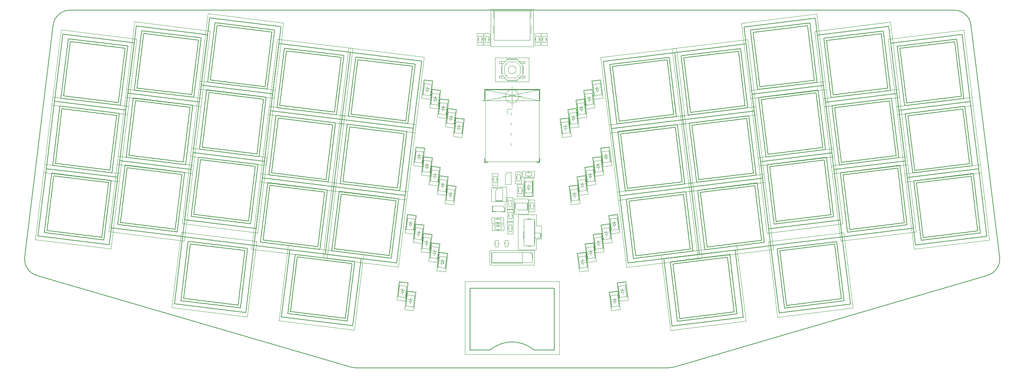
<source format=gbr>
%TF.GenerationSoftware,KiCad,Pcbnew,(5.1.10-1-10_14)*%
%TF.CreationDate,2021-09-26T20:25:07-05:00*%
%TF.ProjectId,LeChiffreBLE_Single_Side,4c654368-6966-4667-9265-424c455f5369,rev?*%
%TF.SameCoordinates,Original*%
%TF.FileFunction,Other,Fab,Top*%
%FSLAX46Y46*%
G04 Gerber Fmt 4.6, Leading zero omitted, Abs format (unit mm)*
G04 Created by KiCad (PCBNEW (5.1.10-1-10_14)) date 2021-09-26 20:25:07*
%MOMM*%
%LPD*%
G01*
G04 APERTURE LIST*
%TA.AperFunction,Profile*%
%ADD10C,0.152000*%
%TD*%
%TA.AperFunction,Profile*%
%ADD11C,0.100000*%
%TD*%
%ADD12C,0.100000*%
%ADD13C,0.120000*%
%ADD14C,0.050000*%
%ADD15C,0.127000*%
%ADD16C,0.152400*%
%ADD17C,0.150000*%
G04 APERTURE END LIST*
D10*
X30724319Y-129889391D02*
X109245812Y-152889284D01*
X190227091Y-152889420D02*
X268787470Y-129887957D01*
X190227090Y-152889421D02*
G75*
G02*
X189043077Y-153059189I-1184013J4043940D01*
G01*
X110430291Y-153059189D02*
G75*
G02*
X109245812Y-152889284I0J4213708D01*
G01*
X110430291Y-153059189D02*
X189043077Y-153059189D01*
X34872010Y-67071010D02*
G75*
G02*
X39054379Y-63370255I4182369J-512953D01*
G01*
X149754177Y-63370255D02*
X39054379Y-63370255D01*
X260454219Y-63370255D02*
X149754177Y-63370255D01*
X260454219Y-63370255D02*
G75*
G02*
X264636555Y-67070738I0J-4213708D01*
G01*
X271785793Y-125330793D02*
X264636555Y-67070738D01*
X271785792Y-125330793D02*
G75*
G02*
X268787470Y-129887957I-4182335J-513225D01*
G01*
X30724319Y-129889391D02*
G75*
G02*
X27726429Y-125332635I1184479J4043803D01*
G01*
X34872010Y-67071010D02*
X27726429Y-125332635D01*
D11*
X151416666Y-84985000D02*
G75*
G03*
X151416666Y-84985000I-1666666J0D01*
G01*
X147250000Y-84985000D02*
X152250000Y-84985000D01*
X149750000Y-82485000D02*
X149750000Y-87485000D01*
D12*
%TO.C,Q1*%
X147300010Y-112440010D02*
X144850010Y-112440010D01*
X147870010Y-112990010D02*
X147870010Y-113840010D01*
X147300010Y-112440010D02*
X147870010Y-112990010D01*
X147870010Y-113840010D02*
X144830010Y-113840010D01*
X144830010Y-112440010D02*
X144830010Y-113840010D01*
D13*
X144770010Y-113900010D02*
X145700010Y-113900010D01*
X147930010Y-113900010D02*
X147000010Y-113900010D01*
X147930010Y-113900010D02*
X147930010Y-111740010D01*
X144770010Y-113900010D02*
X144770010Y-112440010D01*
D12*
%TO.C,Q2*%
X148040010Y-107010010D02*
X149440010Y-107010010D01*
X149440010Y-103970010D02*
X149440010Y-107010010D01*
X148040010Y-104540010D02*
X148590010Y-103970010D01*
X148590010Y-103970010D02*
X149440010Y-103970010D01*
X148040010Y-104540010D02*
X148040010Y-106990010D01*
%TO.C,R5*%
X147950010Y-121087510D02*
X148750010Y-121087510D01*
X148750010Y-121087510D02*
X148750010Y-122687510D01*
X148750010Y-122687510D02*
X147950010Y-122687510D01*
X147950010Y-122687510D02*
X147950010Y-121087510D01*
D13*
X148860010Y-121724731D02*
X148860010Y-122050289D01*
X147840010Y-121724731D02*
X147840010Y-122050289D01*
D12*
%TO.C,R6*%
X145478010Y-121137510D02*
X146278010Y-121137510D01*
X146278010Y-121137510D02*
X146278010Y-122737510D01*
X146278010Y-122737510D02*
X145478010Y-122737510D01*
X145478010Y-122737510D02*
X145478010Y-121137510D01*
D13*
X146388010Y-121774731D02*
X146388010Y-122100289D01*
X145368010Y-121774731D02*
X145368010Y-122100289D01*
%TO.C,SW1*%
X154420010Y-115650010D02*
X153630010Y-115650010D01*
X153630010Y-122550010D02*
X154420010Y-122550010D01*
X152580010Y-120700010D02*
X152580010Y-119000010D01*
X155430010Y-121950010D02*
X155430010Y-116250010D01*
X156720010Y-119200010D02*
X155430010Y-119200010D01*
X156930010Y-120300010D02*
X156930010Y-119400010D01*
X155430010Y-120500010D02*
X156720010Y-120500010D01*
X156720010Y-119200010D02*
X156930010Y-119400010D01*
X156720010Y-120500010D02*
X156930010Y-120300010D01*
D14*
X155800010Y-123500010D02*
X151250010Y-123500010D01*
X155800010Y-120750010D02*
X155800010Y-123500010D01*
X157100010Y-120750010D02*
X155800010Y-120750010D01*
X157100010Y-117450010D02*
X157100010Y-120750010D01*
X155800010Y-117450010D02*
X157100010Y-117450010D01*
X155800010Y-114700010D02*
X155800010Y-117450010D01*
X151250010Y-114700010D02*
X155800010Y-114700010D01*
X151250010Y-123500010D02*
X151250010Y-114700010D01*
D13*
X152580010Y-117700010D02*
X152580010Y-117500010D01*
D12*
X152700010Y-115750010D02*
X152700010Y-122450010D01*
X155300010Y-115750010D02*
X152700010Y-115750010D01*
X155300010Y-122450010D02*
X155300010Y-115750010D01*
X152700010Y-122450010D02*
X155300010Y-122450010D01*
X156600010Y-119200010D02*
X155300010Y-119200010D01*
X156650010Y-119250010D02*
X156600010Y-119200010D01*
X156850010Y-119450010D02*
X156650010Y-119250010D01*
X156850010Y-120300010D02*
X156850010Y-119450010D01*
X156650010Y-120500010D02*
X156850010Y-120300010D01*
X155350010Y-120500010D02*
X156650010Y-120500010D01*
%TO.C,J102*%
X149460010Y-89075010D02*
X149460010Y-89715010D01*
X149460010Y-91615010D02*
X149460010Y-92255010D01*
X149460010Y-94155010D02*
X149460010Y-94795010D01*
X149460010Y-96695010D02*
X149460010Y-97335010D01*
D13*
X148510010Y-89395010D02*
X148510010Y-88125010D01*
X148510010Y-88125010D02*
X149780010Y-88125010D01*
D15*
%TO.C,BT1*%
X139200000Y-133090000D02*
X160300000Y-133090000D01*
X160300000Y-133090000D02*
X160300000Y-148590000D01*
X160300000Y-148590000D02*
X155250000Y-148590000D01*
X144250000Y-148590000D02*
X139200000Y-148590000D01*
X139200000Y-148590000D02*
X139200000Y-133090000D01*
X139200000Y-137620000D02*
X139200000Y-133090000D01*
X139200000Y-133090000D02*
X143750000Y-133090000D01*
X155750000Y-133090000D02*
X160300000Y-133090000D01*
X160300000Y-133090000D02*
X160300000Y-137620000D01*
X139200000Y-143660000D02*
X139200000Y-148590000D01*
X139200000Y-148590000D02*
X144250000Y-148590000D01*
X155250000Y-148590000D02*
X160300000Y-148590000D01*
X160300000Y-148590000D02*
X160300000Y-143660000D01*
D14*
X137950000Y-131440000D02*
X161550000Y-131440000D01*
X161550000Y-131440000D02*
X161550000Y-149740000D01*
X161550000Y-149740000D02*
X137950000Y-149740000D01*
X137950000Y-149740000D02*
X137950000Y-131440000D01*
D15*
X149750000Y-146590000D02*
G75*
G03*
X144250000Y-148590000I70510J-8756402D01*
G01*
X155250000Y-148590000D02*
G75*
G03*
X149750000Y-146590000I-5570510J-6756402D01*
G01*
D14*
%TO.C,J101*%
X155350000Y-127240000D02*
X155350000Y-123640000D01*
X144150000Y-127240000D02*
X155350000Y-127240000D01*
X144150000Y-123640000D02*
X144150000Y-127240000D01*
X155350000Y-123640000D02*
X144150000Y-123640000D01*
D13*
X154880000Y-124110000D02*
X154880000Y-125440000D01*
X153550000Y-124110000D02*
X154880000Y-124110000D01*
X152280000Y-124110000D02*
X152280000Y-126770000D01*
X152280000Y-126770000D02*
X144600000Y-126770000D01*
X152280000Y-124110000D02*
X144600000Y-124110000D01*
X144600000Y-124110000D02*
X144600000Y-126770000D01*
D12*
X154185000Y-124170000D02*
X154820000Y-124805000D01*
X144660000Y-124170000D02*
X154185000Y-124170000D01*
X144660000Y-126710000D02*
X144660000Y-124170000D01*
X154820000Y-126710000D02*
X144660000Y-126710000D01*
X154820000Y-124805000D02*
X154820000Y-126710000D01*
%TO.C,C3*%
X145083010Y-105007010D02*
X145883010Y-105007010D01*
X145883010Y-105007010D02*
X145883010Y-106607010D01*
X145883010Y-106607010D02*
X145083010Y-106607010D01*
X145083010Y-106607010D02*
X145083010Y-105007010D01*
D13*
X145993010Y-105644231D02*
X145993010Y-105969789D01*
X144973010Y-105644231D02*
X144973010Y-105969789D01*
D14*
X144753010Y-104327010D02*
X146213010Y-104327010D01*
X146213010Y-104327010D02*
X146213010Y-107287010D01*
X146213010Y-107287010D02*
X144753010Y-107287010D01*
X144753010Y-107287010D02*
X144753010Y-104327010D01*
D16*
%TO.C,MX1*%
X51157288Y-86583604D02*
X37460151Y-84901807D01*
X37460151Y-84901807D02*
X39141948Y-71204670D01*
X39141948Y-71204670D02*
X52839085Y-72886467D01*
X52839085Y-72886467D02*
X51157288Y-86583604D01*
X53046644Y-88427603D02*
X35180813Y-86233955D01*
X35180813Y-86233955D02*
X37252592Y-69360671D01*
X37252592Y-69360671D02*
X55118423Y-71554319D01*
X55118423Y-71554319D02*
X53046644Y-88427603D01*
X51679694Y-87252253D02*
X36791502Y-85424213D01*
X36791502Y-85424213D02*
X38619542Y-70536021D01*
X38619542Y-70536021D02*
X53507734Y-72364061D01*
X53507734Y-72364061D02*
X51679694Y-87252253D01*
D13*
X55764426Y-70600940D02*
X53442815Y-89508945D01*
X36856421Y-68279329D02*
X34534810Y-87187334D01*
X36856421Y-68279329D02*
X55764426Y-70600940D01*
X34534810Y-87187334D02*
X53442815Y-89508945D01*
%TO.C,U101*%
X143000000Y-86020000D02*
X156500000Y-83370000D01*
X156500000Y-86020000D02*
X143000000Y-83370000D01*
X143000000Y-86020000D02*
X156500000Y-86020000D01*
D17*
X142850000Y-100520000D02*
X142850000Y-101520000D01*
X142850000Y-101520000D02*
X143600000Y-101520000D01*
X155900000Y-101520000D02*
X156650000Y-101520000D01*
X156650000Y-100520000D02*
X156650000Y-101520000D01*
X142850000Y-86020000D02*
X142450000Y-86020000D01*
X156650000Y-83220000D02*
X156650000Y-86020000D01*
X142850000Y-83220000D02*
X156650000Y-83220000D01*
X142850000Y-86020000D02*
X142850000Y-83220000D01*
D13*
X156500000Y-83370000D02*
X156500000Y-101370000D01*
X143000000Y-83370000D02*
X143000000Y-101370000D01*
X143000000Y-101370000D02*
X156500000Y-101370000D01*
X143000000Y-83370000D02*
X156500000Y-83370000D01*
D12*
%TO.C,SW2*%
X150750000Y-78300000D02*
G75*
G03*
X150750000Y-78300000I-1000000J0D01*
G01*
D14*
X145500000Y-81300000D02*
X145500000Y-75300000D01*
X154000000Y-81300000D02*
X145500000Y-81300000D01*
X154000000Y-75300000D02*
X154000000Y-81300000D01*
X145500000Y-75300000D02*
X154000000Y-75300000D01*
D12*
X148550000Y-75700000D02*
X147150000Y-77100000D01*
X150950000Y-75700000D02*
X148550000Y-75700000D01*
X152350000Y-77100000D02*
X150950000Y-75700000D01*
X152350000Y-79500000D02*
X152350000Y-77100000D01*
X150950000Y-80900000D02*
X152350000Y-79500000D01*
X148550000Y-80900000D02*
X150950000Y-80900000D01*
X147150000Y-79500000D02*
X148550000Y-80900000D01*
X147150000Y-77100000D02*
X147150000Y-79500000D01*
D13*
X148500000Y-75550000D02*
X151000000Y-75550000D01*
X147000000Y-77300000D02*
X147000000Y-79300000D01*
X148500000Y-81050000D02*
X151000000Y-81050000D01*
X152500000Y-77300000D02*
X152500000Y-79300000D01*
D12*
X147750000Y-79300000D02*
X147750000Y-77300000D01*
X148750000Y-80300000D02*
X147750000Y-79300000D01*
X150750000Y-80300000D02*
X148750000Y-80300000D01*
X151750000Y-79300000D02*
X150750000Y-80300000D01*
X151750000Y-77300000D02*
X151750000Y-79300000D01*
X150750000Y-76300000D02*
X151750000Y-77300000D01*
X148750000Y-76300000D02*
X150750000Y-76300000D01*
X147750000Y-77300000D02*
X148750000Y-76300000D01*
D13*
X148050000Y-76000000D02*
X148500000Y-75550000D01*
X151450000Y-76000000D02*
X151000000Y-75550000D01*
X151450000Y-80600000D02*
X151000000Y-81050000D01*
X148050000Y-80600000D02*
X148500000Y-81050000D01*
D12*
X152950000Y-79900000D02*
X151950000Y-79900000D01*
X152450000Y-80400000D02*
X152450000Y-79900000D01*
X151450000Y-80400000D02*
X152950000Y-80400000D01*
X148050000Y-80400000D02*
X146550000Y-80400000D01*
X146550000Y-79900000D02*
X147550000Y-79900000D01*
X147050000Y-80400000D02*
X147050000Y-79900000D01*
X146550000Y-76700000D02*
X147550000Y-76700000D01*
X148050000Y-76200000D02*
X146550000Y-76200000D01*
X147050000Y-76200000D02*
X147050000Y-76700000D01*
X152950000Y-76700000D02*
X151950000Y-76700000D01*
X151450000Y-76200000D02*
X152950000Y-76200000D01*
X152450000Y-76200000D02*
X152450000Y-76700000D01*
X146550000Y-76200000D02*
X146550000Y-76700000D01*
X146550000Y-80400000D02*
X146550000Y-79900000D01*
X152950000Y-76200000D02*
X152950000Y-76700000D01*
X152950000Y-80400000D02*
X152950000Y-79900000D01*
%TO.C,R103*%
X150930510Y-104561010D02*
X151755510Y-104561010D01*
X151755510Y-104561010D02*
X151755510Y-106161010D01*
X151755510Y-106161010D02*
X150930510Y-106161010D01*
X150930510Y-106161010D02*
X150930510Y-104561010D01*
D13*
X151865510Y-105123752D02*
X151865510Y-105598268D01*
X150820510Y-105123752D02*
X150820510Y-105598268D01*
D14*
X150613010Y-103881010D02*
X152073010Y-103881010D01*
X152073010Y-103881010D02*
X152073010Y-106841010D01*
X152073010Y-106841010D02*
X150613010Y-106841010D01*
X150613010Y-106841010D02*
X150613010Y-103881010D01*
D12*
%TO.C,R102*%
X146983010Y-117539510D02*
X146983010Y-118364510D01*
X146983010Y-118364510D02*
X145383010Y-118364510D01*
X145383010Y-118364510D02*
X145383010Y-117539510D01*
X145383010Y-117539510D02*
X146983010Y-117539510D01*
D13*
X146420268Y-118474510D02*
X145945752Y-118474510D01*
X146420268Y-117429510D02*
X145945752Y-117429510D01*
D14*
X147663010Y-117222010D02*
X147663010Y-118682010D01*
X147663010Y-118682010D02*
X144703010Y-118682010D01*
X144703010Y-118682010D02*
X144703010Y-117222010D01*
X144703010Y-117222010D02*
X147663010Y-117222010D01*
D12*
%TO.C,R101*%
X145367010Y-116569510D02*
X145367010Y-115744510D01*
X145367010Y-115744510D02*
X146967010Y-115744510D01*
X146967010Y-115744510D02*
X146967010Y-116569510D01*
X146967010Y-116569510D02*
X145367010Y-116569510D01*
D13*
X145929752Y-115634510D02*
X146404268Y-115634510D01*
X145929752Y-116679510D02*
X146404268Y-116679510D01*
D14*
X144687010Y-116887010D02*
X144687010Y-115427010D01*
X144687010Y-115427010D02*
X147647010Y-115427010D01*
X147647010Y-115427010D02*
X147647010Y-116887010D01*
X147647010Y-116887010D02*
X144687010Y-116887010D01*
D13*
%TO.C,D35*%
X152868010Y-110005010D02*
X154868010Y-110005010D01*
D12*
X153868010Y-107505010D02*
X153868010Y-107005010D01*
X154268010Y-107505010D02*
X153868010Y-108105010D01*
X153468010Y-107505010D02*
X154268010Y-107505010D01*
X153868010Y-108105010D02*
X153468010Y-107505010D01*
X153868010Y-108105010D02*
X154418010Y-108105010D01*
X153868010Y-108105010D02*
X153318010Y-108105010D01*
X153868010Y-108505010D02*
X153868010Y-108105010D01*
X154768010Y-109155010D02*
X152968010Y-109155010D01*
X154768010Y-106355010D02*
X154768010Y-109155010D01*
X152968010Y-106355010D02*
X154768010Y-106355010D01*
X152968010Y-109155010D02*
X152968010Y-106355010D01*
D14*
X152718010Y-110105010D02*
X152718010Y-105405010D01*
X152718010Y-105405010D02*
X155018010Y-105405010D01*
X155018010Y-105405010D02*
X155018010Y-110105010D01*
X152718010Y-110105010D02*
X155018010Y-110105010D01*
D13*
X154868010Y-110005010D02*
X154868010Y-106105010D01*
X152868010Y-110005010D02*
X152868010Y-106105010D01*
%TO.C,J1*%
X154450000Y-65260000D02*
X154450000Y-63360000D01*
X154450000Y-69160000D02*
X154450000Y-67160000D01*
X145050000Y-65260000D02*
X145050000Y-63360000D01*
X145050000Y-69160000D02*
X145050000Y-67160000D01*
D14*
X144430000Y-72530000D02*
X144430000Y-63110000D01*
X155070000Y-72530000D02*
X155070000Y-63110000D01*
X155070000Y-63110000D02*
X144430000Y-63110000D01*
X155070000Y-72530000D02*
X144430000Y-72530000D01*
D12*
X145280000Y-70910000D02*
X145280000Y-63610000D01*
X154220000Y-63610000D02*
X145280000Y-63610000D01*
X154220000Y-70910000D02*
X154220000Y-63610000D01*
X154220000Y-70910000D02*
X145280000Y-70910000D01*
D13*
X154450000Y-63360000D02*
X145050000Y-63360000D01*
%TO.C,MX34*%
X250375221Y-123331983D02*
X269283226Y-121010372D01*
X248053610Y-104423978D02*
X266961615Y-102102367D01*
X248053610Y-104423978D02*
X250375221Y-123331983D01*
X266961615Y-102102367D02*
X269283226Y-121010372D01*
D16*
X265198494Y-104359059D02*
X267026534Y-119247251D01*
X250310302Y-106187099D02*
X265198494Y-104359059D01*
X252138342Y-121075291D02*
X250310302Y-106187099D01*
X267026534Y-119247251D02*
X252138342Y-121075291D01*
X266565444Y-103183709D02*
X268637223Y-120056993D01*
X248699613Y-105377357D02*
X266565444Y-103183709D01*
X250771392Y-122250641D02*
X248699613Y-105377357D01*
X268637223Y-120056993D02*
X250771392Y-122250641D01*
X264676088Y-105027708D02*
X266357885Y-118724845D01*
X250978951Y-106709505D02*
X264676088Y-105027708D01*
X252660748Y-120406642D02*
X250978951Y-106709505D01*
X266357885Y-118724845D02*
X252660748Y-120406642D01*
D13*
%TO.C,MX33*%
X248303443Y-106458698D02*
X267211448Y-104137087D01*
X245981832Y-87550693D02*
X264889837Y-85229082D01*
X245981832Y-87550693D02*
X248303443Y-106458698D01*
X264889837Y-85229082D02*
X267211448Y-104137087D01*
D16*
X263126716Y-87485774D02*
X264954756Y-102373966D01*
X248238524Y-89313814D02*
X263126716Y-87485774D01*
X250066564Y-104202006D02*
X248238524Y-89313814D01*
X264954756Y-102373966D02*
X250066564Y-104202006D01*
X264493666Y-86310424D02*
X266565445Y-103183708D01*
X246627835Y-88504072D02*
X264493666Y-86310424D01*
X248699614Y-105377356D02*
X246627835Y-88504072D01*
X266565445Y-103183708D02*
X248699614Y-105377356D01*
X262604310Y-88154423D02*
X264286107Y-101851560D01*
X248907173Y-89836220D02*
X262604310Y-88154423D01*
X250588970Y-103533357D02*
X248907173Y-89836220D01*
X264286107Y-101851560D02*
X250588970Y-103533357D01*
D13*
%TO.C,MX32*%
X246231664Y-89585414D02*
X265139669Y-87263803D01*
X243910053Y-70677409D02*
X262818058Y-68355798D01*
X243910053Y-70677409D02*
X246231664Y-89585414D01*
X262818058Y-68355798D02*
X265139669Y-87263803D01*
D16*
X261054937Y-70612490D02*
X262882977Y-85500682D01*
X246166745Y-72440530D02*
X261054937Y-70612490D01*
X247994785Y-87328722D02*
X246166745Y-72440530D01*
X262882977Y-85500682D02*
X247994785Y-87328722D01*
X262421887Y-69437140D02*
X264493666Y-86310424D01*
X244556056Y-71630788D02*
X262421887Y-69437140D01*
X246627835Y-88504072D02*
X244556056Y-71630788D01*
X264493666Y-86310424D02*
X246627835Y-88504072D01*
X260532531Y-71281139D02*
X262214328Y-84978276D01*
X246835394Y-72962936D02*
X260532531Y-71281139D01*
X248517191Y-86660073D02*
X246835394Y-72962936D01*
X262214328Y-84978276D02*
X248517191Y-86660073D01*
D13*
%TO.C,MX31*%
X231991446Y-121307310D02*
X250899451Y-118985699D01*
X229669835Y-102399305D02*
X248577840Y-100077694D01*
X229669835Y-102399305D02*
X231991446Y-121307310D01*
X248577840Y-100077694D02*
X250899451Y-118985699D01*
D16*
X246814719Y-102334386D02*
X248642759Y-117222578D01*
X231926527Y-104162426D02*
X246814719Y-102334386D01*
X233754567Y-119050618D02*
X231926527Y-104162426D01*
X248642759Y-117222578D02*
X233754567Y-119050618D01*
X248181669Y-101159036D02*
X250253448Y-118032320D01*
X230315838Y-103352684D02*
X248181669Y-101159036D01*
X232387617Y-120225968D02*
X230315838Y-103352684D01*
X250253448Y-118032320D02*
X232387617Y-120225968D01*
X246292313Y-103003035D02*
X247974110Y-116700172D01*
X232595176Y-104684832D02*
X246292313Y-103003035D01*
X234276973Y-118381969D02*
X232595176Y-104684832D01*
X247974110Y-116700172D02*
X234276973Y-118381969D01*
D13*
%TO.C,MX30*%
X229919667Y-104434025D02*
X248827672Y-102112414D01*
X227598056Y-85526020D02*
X246506061Y-83204409D01*
X227598056Y-85526020D02*
X229919667Y-104434025D01*
X246506061Y-83204409D02*
X248827672Y-102112414D01*
D16*
X244742940Y-85461101D02*
X246570980Y-100349293D01*
X229854748Y-87289141D02*
X244742940Y-85461101D01*
X231682788Y-102177333D02*
X229854748Y-87289141D01*
X246570980Y-100349293D02*
X231682788Y-102177333D01*
X246109890Y-84285751D02*
X248181669Y-101159035D01*
X228244059Y-86479399D02*
X246109890Y-84285751D01*
X230315838Y-103352683D02*
X228244059Y-86479399D01*
X248181669Y-101159035D02*
X230315838Y-103352683D01*
X244220534Y-86129750D02*
X245902331Y-99826887D01*
X230523397Y-87811547D02*
X244220534Y-86129750D01*
X232205194Y-101508684D02*
X230523397Y-87811547D01*
X245902331Y-99826887D02*
X232205194Y-101508684D01*
D13*
%TO.C,MX29*%
X227847888Y-87560741D02*
X246755893Y-85239130D01*
X225526277Y-68652736D02*
X244434282Y-66331125D01*
X225526277Y-68652736D02*
X227847888Y-87560741D01*
X244434282Y-66331125D02*
X246755893Y-85239130D01*
D16*
X242671161Y-68587817D02*
X244499201Y-83476009D01*
X227782969Y-70415857D02*
X242671161Y-68587817D01*
X229611009Y-85304049D02*
X227782969Y-70415857D01*
X244499201Y-83476009D02*
X229611009Y-85304049D01*
X244038111Y-67412467D02*
X246109890Y-84285751D01*
X226172280Y-69606115D02*
X244038111Y-67412467D01*
X228244059Y-86479399D02*
X226172280Y-69606115D01*
X246109890Y-84285751D02*
X228244059Y-86479399D01*
X242148755Y-69256466D02*
X243830552Y-82953603D01*
X228451618Y-70938263D02*
X242148755Y-69256466D01*
X230133415Y-84635400D02*
X228451618Y-70938263D01*
X243830552Y-82953603D02*
X230133415Y-84635400D01*
D13*
%TO.C,MX28*%
X213607671Y-119282637D02*
X232515676Y-116961026D01*
X211286060Y-100374632D02*
X230194065Y-98053021D01*
X211286060Y-100374632D02*
X213607671Y-119282637D01*
X230194065Y-98053021D02*
X232515676Y-116961026D01*
D16*
X228430944Y-100309713D02*
X230258984Y-115197905D01*
X213542752Y-102137753D02*
X228430944Y-100309713D01*
X215370792Y-117025945D02*
X213542752Y-102137753D01*
X230258984Y-115197905D02*
X215370792Y-117025945D01*
X229797894Y-99134363D02*
X231869673Y-116007647D01*
X211932063Y-101328011D02*
X229797894Y-99134363D01*
X214003842Y-118201295D02*
X211932063Y-101328011D01*
X231869673Y-116007647D02*
X214003842Y-118201295D01*
X227908538Y-100978362D02*
X229590335Y-114675499D01*
X214211401Y-102660159D02*
X227908538Y-100978362D01*
X215893198Y-116357296D02*
X214211401Y-102660159D01*
X229590335Y-114675499D02*
X215893198Y-116357296D01*
D13*
%TO.C,MX27*%
X211535892Y-102409352D02*
X230443897Y-100087741D01*
X209214281Y-83501347D02*
X228122286Y-81179736D01*
X209214281Y-83501347D02*
X211535892Y-102409352D01*
X228122286Y-81179736D02*
X230443897Y-100087741D01*
D16*
X226359165Y-83436428D02*
X228187205Y-98324620D01*
X211470973Y-85264468D02*
X226359165Y-83436428D01*
X213299013Y-100152660D02*
X211470973Y-85264468D01*
X228187205Y-98324620D02*
X213299013Y-100152660D01*
X227726115Y-82261078D02*
X229797894Y-99134362D01*
X209860284Y-84454726D02*
X227726115Y-82261078D01*
X211932063Y-101328010D02*
X209860284Y-84454726D01*
X229797894Y-99134362D02*
X211932063Y-101328010D01*
X225836759Y-84105077D02*
X227518556Y-97802214D01*
X212139622Y-85786874D02*
X225836759Y-84105077D01*
X213821419Y-99484011D02*
X212139622Y-85786874D01*
X227518556Y-97802214D02*
X213821419Y-99484011D01*
D13*
%TO.C,MX26*%
X209464113Y-85536068D02*
X228372118Y-83214457D01*
X207142502Y-66628063D02*
X226050507Y-64306452D01*
X207142502Y-66628063D02*
X209464113Y-85536068D01*
X226050507Y-64306452D02*
X228372118Y-83214457D01*
D16*
X224287386Y-66563144D02*
X226115426Y-81451336D01*
X209399194Y-68391184D02*
X224287386Y-66563144D01*
X211227234Y-83279376D02*
X209399194Y-68391184D01*
X226115426Y-81451336D02*
X211227234Y-83279376D01*
X225654336Y-65387794D02*
X227726115Y-82261078D01*
X207788505Y-67581442D02*
X225654336Y-65387794D01*
X209860284Y-84454726D02*
X207788505Y-67581442D01*
X227726115Y-82261078D02*
X209860284Y-84454726D01*
X223764980Y-67231793D02*
X225446777Y-80928930D01*
X210067843Y-68913590D02*
X223764980Y-67231793D01*
X211749640Y-82610727D02*
X210067843Y-68913590D01*
X225446777Y-80928930D02*
X211749640Y-82610727D01*
D13*
%TO.C,MX25*%
X216197394Y-140374243D02*
X235105399Y-138052632D01*
X213875783Y-121466238D02*
X232783788Y-119144627D01*
X213875783Y-121466238D02*
X216197394Y-140374243D01*
X232783788Y-119144627D02*
X235105399Y-138052632D01*
D16*
X231020667Y-121401319D02*
X232848707Y-136289511D01*
X216132475Y-123229359D02*
X231020667Y-121401319D01*
X217960515Y-138117551D02*
X216132475Y-123229359D01*
X232848707Y-136289511D02*
X217960515Y-138117551D01*
X232387617Y-120225969D02*
X234459396Y-137099253D01*
X214521786Y-122419617D02*
X232387617Y-120225969D01*
X216593565Y-139292901D02*
X214521786Y-122419617D01*
X234459396Y-137099253D02*
X216593565Y-139292901D01*
X230498261Y-122069968D02*
X232180058Y-135767105D01*
X216801124Y-123751765D02*
X230498261Y-122069968D01*
X218482921Y-137448902D02*
X216801124Y-123751765D01*
X232180058Y-135767105D02*
X218482921Y-137448902D01*
D13*
%TO.C,MX24*%
X196259785Y-125694606D02*
X215167790Y-123372995D01*
X193938174Y-106786601D02*
X212846179Y-104464990D01*
X193938174Y-106786601D02*
X196259785Y-125694606D01*
X212846179Y-104464990D02*
X215167790Y-123372995D01*
D16*
X211083058Y-106721682D02*
X212911098Y-121609874D01*
X196194866Y-108549722D02*
X211083058Y-106721682D01*
X198022906Y-123437914D02*
X196194866Y-108549722D01*
X212911098Y-121609874D02*
X198022906Y-123437914D01*
X212450008Y-105546332D02*
X214521787Y-122419616D01*
X194584177Y-107739980D02*
X212450008Y-105546332D01*
X196655956Y-124613264D02*
X194584177Y-107739980D01*
X214521787Y-122419616D02*
X196655956Y-124613264D01*
X210560652Y-107390331D02*
X212242449Y-121087468D01*
X196863515Y-109072128D02*
X210560652Y-107390331D01*
X198545312Y-122769265D02*
X196863515Y-109072128D01*
X212242449Y-121087468D02*
X198545312Y-122769265D01*
D13*
%TO.C,MX23*%
X194188006Y-108821322D02*
X213096011Y-106499711D01*
X191866395Y-89913317D02*
X210774400Y-87591706D01*
X191866395Y-89913317D02*
X194188006Y-108821322D01*
X210774400Y-87591706D02*
X213096011Y-106499711D01*
D16*
X209011279Y-89848398D02*
X210839319Y-104736590D01*
X194123087Y-91676438D02*
X209011279Y-89848398D01*
X195951127Y-106564630D02*
X194123087Y-91676438D01*
X210839319Y-104736590D02*
X195951127Y-106564630D01*
X210378229Y-88673048D02*
X212450008Y-105546332D01*
X192512398Y-90866696D02*
X210378229Y-88673048D01*
X194584177Y-107739980D02*
X192512398Y-90866696D01*
X212450008Y-105546332D02*
X194584177Y-107739980D01*
X208488873Y-90517047D02*
X210170670Y-104214184D01*
X194791736Y-92198844D02*
X208488873Y-90517047D01*
X196473533Y-105895981D02*
X194791736Y-92198844D01*
X210170670Y-104214184D02*
X196473533Y-105895981D01*
D13*
%TO.C,MX22*%
X192116227Y-91948037D02*
X211024232Y-89626426D01*
X189794616Y-73040032D02*
X208702621Y-70718421D01*
X189794616Y-73040032D02*
X192116227Y-91948037D01*
X208702621Y-70718421D02*
X211024232Y-89626426D01*
D16*
X206939500Y-72975113D02*
X208767540Y-87863305D01*
X192051308Y-74803153D02*
X206939500Y-72975113D01*
X193879348Y-89691345D02*
X192051308Y-74803153D01*
X208767540Y-87863305D02*
X193879348Y-89691345D01*
X208306450Y-71799763D02*
X210378229Y-88673047D01*
X190440619Y-73993411D02*
X208306450Y-71799763D01*
X192512398Y-90866695D02*
X190440619Y-73993411D01*
X210378229Y-88673047D02*
X192512398Y-90866695D01*
X206417094Y-73643762D02*
X208098891Y-87340899D01*
X192719957Y-75325559D02*
X206417094Y-73643762D01*
X194401754Y-89022696D02*
X192719957Y-75325559D01*
X208098891Y-87340899D02*
X194401754Y-89022696D01*
D13*
%TO.C,MX21*%
X189398648Y-143664715D02*
X208306653Y-141343104D01*
X187077037Y-124756710D02*
X205985042Y-122435099D01*
X187077037Y-124756710D02*
X189398648Y-143664715D01*
X205985042Y-122435099D02*
X208306653Y-141343104D01*
D16*
X204221921Y-124691791D02*
X206049961Y-139579983D01*
X189333729Y-126519831D02*
X204221921Y-124691791D01*
X191161769Y-141408023D02*
X189333729Y-126519831D01*
X206049961Y-139579983D02*
X191161769Y-141408023D01*
X205588871Y-123516441D02*
X207660650Y-140389725D01*
X187723040Y-125710089D02*
X205588871Y-123516441D01*
X189794819Y-142583373D02*
X187723040Y-125710089D01*
X207660650Y-140389725D02*
X189794819Y-142583373D01*
X203699515Y-125360440D02*
X205381312Y-139057577D01*
X190002378Y-127042237D02*
X203699515Y-125360440D01*
X191684175Y-140739374D02*
X190002378Y-127042237D01*
X205381312Y-139057577D02*
X191684175Y-140739374D01*
D13*
%TO.C,MX20*%
X178393954Y-127888255D02*
X197301959Y-125566644D01*
X176072343Y-108980250D02*
X194980348Y-106658639D01*
X176072343Y-108980250D02*
X178393954Y-127888255D01*
X194980348Y-106658639D02*
X197301959Y-125566644D01*
D16*
X193217227Y-108915331D02*
X195045267Y-123803523D01*
X178329035Y-110743371D02*
X193217227Y-108915331D01*
X180157075Y-125631563D02*
X178329035Y-110743371D01*
X195045267Y-123803523D02*
X180157075Y-125631563D01*
X194584177Y-107739981D02*
X196655956Y-124613265D01*
X176718346Y-109933629D02*
X194584177Y-107739981D01*
X178790125Y-126806913D02*
X176718346Y-109933629D01*
X196655956Y-124613265D02*
X178790125Y-126806913D01*
X192694821Y-109583980D02*
X194376618Y-123281117D01*
X178997684Y-111265777D02*
X192694821Y-109583980D01*
X180679481Y-124962914D02*
X178997684Y-111265777D01*
X194376618Y-123281117D02*
X180679481Y-124962914D01*
D13*
%TO.C,MX19*%
X176322175Y-111014970D02*
X195230180Y-108693359D01*
X174000564Y-92106965D02*
X192908569Y-89785354D01*
X174000564Y-92106965D02*
X176322175Y-111014970D01*
X192908569Y-89785354D02*
X195230180Y-108693359D01*
D16*
X191145448Y-92042046D02*
X192973488Y-106930238D01*
X176257256Y-93870086D02*
X191145448Y-92042046D01*
X178085296Y-108758278D02*
X176257256Y-93870086D01*
X192973488Y-106930238D02*
X178085296Y-108758278D01*
X192512398Y-90866696D02*
X194584177Y-107739980D01*
X174646567Y-93060344D02*
X192512398Y-90866696D01*
X176718346Y-109933628D02*
X174646567Y-93060344D01*
X194584177Y-107739980D02*
X176718346Y-109933628D01*
X190623042Y-92710695D02*
X192304839Y-106407832D01*
X176925905Y-94392492D02*
X190623042Y-92710695D01*
X178607702Y-108089629D02*
X176925905Y-94392492D01*
X192304839Y-106407832D02*
X178607702Y-108089629D01*
D13*
%TO.C,MX18*%
X174250396Y-94141685D02*
X193158401Y-91820074D01*
X171928785Y-75233680D02*
X190836790Y-72912069D01*
X171928785Y-75233680D02*
X174250396Y-94141685D01*
X190836790Y-72912069D02*
X193158401Y-91820074D01*
D16*
X189073669Y-75168761D02*
X190901709Y-90056953D01*
X174185477Y-76996801D02*
X189073669Y-75168761D01*
X176013517Y-91884993D02*
X174185477Y-76996801D01*
X190901709Y-90056953D02*
X176013517Y-91884993D01*
X190440619Y-73993411D02*
X192512398Y-90866695D01*
X172574788Y-76187059D02*
X190440619Y-73993411D01*
X174646567Y-93060343D02*
X172574788Y-76187059D01*
X192512398Y-90866695D02*
X174646567Y-93060343D01*
X188551263Y-75837410D02*
X190233060Y-89534547D01*
X174854126Y-77519207D02*
X188551263Y-75837410D01*
X176535923Y-91216344D02*
X174854126Y-77519207D01*
X190233060Y-89534547D02*
X176535923Y-91216344D01*
%TO.C,MX17*%
X107990303Y-140662905D02*
X94293166Y-138981108D01*
X94293166Y-138981108D02*
X95974963Y-125283971D01*
X95974963Y-125283971D02*
X109672100Y-126965768D01*
X109672100Y-126965768D02*
X107990303Y-140662905D01*
X109879659Y-142506904D02*
X92013828Y-140313256D01*
X92013828Y-140313256D02*
X94085607Y-123439972D01*
X94085607Y-123439972D02*
X111951438Y-125633620D01*
X111951438Y-125633620D02*
X109879659Y-142506904D01*
X108512709Y-141331554D02*
X93624517Y-139503514D01*
X93624517Y-139503514D02*
X95452557Y-124615322D01*
X95452557Y-124615322D02*
X110340749Y-126443362D01*
X110340749Y-126443362D02*
X108512709Y-141331554D01*
D13*
X112597441Y-124680241D02*
X110275830Y-143588246D01*
X93689436Y-122358630D02*
X91367825Y-141266635D01*
X93689436Y-122358630D02*
X112597441Y-124680241D01*
X91367825Y-141266635D02*
X110275830Y-143588246D01*
D16*
%TO.C,MX16*%
X118994997Y-124886445D02*
X105297860Y-123204648D01*
X105297860Y-123204648D02*
X106979657Y-109507511D01*
X106979657Y-109507511D02*
X120676794Y-111189308D01*
X120676794Y-111189308D02*
X118994997Y-124886445D01*
X120884353Y-126730444D02*
X103018522Y-124536796D01*
X103018522Y-124536796D02*
X105090301Y-107663512D01*
X105090301Y-107663512D02*
X122956132Y-109857160D01*
X122956132Y-109857160D02*
X120884353Y-126730444D01*
X119517403Y-125555094D02*
X104629211Y-123727054D01*
X104629211Y-123727054D02*
X106457251Y-108838862D01*
X106457251Y-108838862D02*
X121345443Y-110666902D01*
X121345443Y-110666902D02*
X119517403Y-125555094D01*
D13*
X123602135Y-108903781D02*
X121280524Y-127811786D01*
X104694130Y-106582170D02*
X102372519Y-125490175D01*
X104694130Y-106582170D02*
X123602135Y-108903781D01*
X102372519Y-125490175D02*
X121280524Y-127811786D01*
D16*
%TO.C,MX15*%
X121066776Y-108013160D02*
X107369639Y-106331363D01*
X107369639Y-106331363D02*
X109051436Y-92634226D01*
X109051436Y-92634226D02*
X122748573Y-94316023D01*
X122748573Y-94316023D02*
X121066776Y-108013160D01*
X122956132Y-109857159D02*
X105090301Y-107663511D01*
X105090301Y-107663511D02*
X107162080Y-90790227D01*
X107162080Y-90790227D02*
X125027911Y-92983875D01*
X125027911Y-92983875D02*
X122956132Y-109857159D01*
X121589182Y-108681809D02*
X106700990Y-106853769D01*
X106700990Y-106853769D02*
X108529030Y-91965577D01*
X108529030Y-91965577D02*
X123417222Y-93793617D01*
X123417222Y-93793617D02*
X121589182Y-108681809D01*
D13*
X125673914Y-92030496D02*
X123352303Y-110938501D01*
X106765909Y-89708885D02*
X104444298Y-108616890D01*
X106765909Y-89708885D02*
X125673914Y-92030496D01*
X104444298Y-108616890D02*
X123352303Y-110938501D01*
D16*
%TO.C,MX14*%
X123138555Y-91139875D02*
X109441418Y-89458078D01*
X109441418Y-89458078D02*
X111123215Y-75760941D01*
X111123215Y-75760941D02*
X124820352Y-77442738D01*
X124820352Y-77442738D02*
X123138555Y-91139875D01*
X125027911Y-92983874D02*
X107162080Y-90790226D01*
X107162080Y-90790226D02*
X109233859Y-73916942D01*
X109233859Y-73916942D02*
X127099690Y-76110590D01*
X127099690Y-76110590D02*
X125027911Y-92983874D01*
X123660961Y-91808524D02*
X108772769Y-89980484D01*
X108772769Y-89980484D02*
X110600809Y-75092292D01*
X110600809Y-75092292D02*
X125489001Y-76920332D01*
X125489001Y-76920332D02*
X123660961Y-91808524D01*
D13*
X127745693Y-75157211D02*
X125424082Y-94065216D01*
X108837688Y-72835600D02*
X106516077Y-91743605D01*
X108837688Y-72835600D02*
X127745693Y-75157211D01*
X106516077Y-91743605D02*
X125424082Y-94065216D01*
D16*
%TO.C,MX13*%
X81191557Y-137372433D02*
X67494420Y-135690636D01*
X67494420Y-135690636D02*
X69176217Y-121993499D01*
X69176217Y-121993499D02*
X82873354Y-123675296D01*
X82873354Y-123675296D02*
X81191557Y-137372433D01*
X83080913Y-139216432D02*
X65215082Y-137022784D01*
X65215082Y-137022784D02*
X67286861Y-120149500D01*
X67286861Y-120149500D02*
X85152692Y-122343148D01*
X85152692Y-122343148D02*
X83080913Y-139216432D01*
X81713963Y-138041082D02*
X66825771Y-136213042D01*
X66825771Y-136213042D02*
X68653811Y-121324850D01*
X68653811Y-121324850D02*
X83542003Y-123152890D01*
X83542003Y-123152890D02*
X81713963Y-138041082D01*
D13*
X85798695Y-121389769D02*
X83477084Y-140297774D01*
X66890690Y-119068158D02*
X64569079Y-137976163D01*
X66890690Y-119068158D02*
X85798695Y-121389769D01*
X64569079Y-137976163D02*
X83477084Y-140297774D01*
D16*
%TO.C,MX12*%
X101129167Y-122692796D02*
X87432030Y-121010999D01*
X87432030Y-121010999D02*
X89113827Y-107313862D01*
X89113827Y-107313862D02*
X102810964Y-108995659D01*
X102810964Y-108995659D02*
X101129167Y-122692796D01*
X103018523Y-124536795D02*
X85152692Y-122343147D01*
X85152692Y-122343147D02*
X87224471Y-105469863D01*
X87224471Y-105469863D02*
X105090302Y-107663511D01*
X105090302Y-107663511D02*
X103018523Y-124536795D01*
X101651573Y-123361445D02*
X86763381Y-121533405D01*
X86763381Y-121533405D02*
X88591421Y-106645213D01*
X88591421Y-106645213D02*
X103479613Y-108473253D01*
X103479613Y-108473253D02*
X101651573Y-123361445D01*
D13*
X105736305Y-106710132D02*
X103414694Y-125618137D01*
X86828300Y-104388521D02*
X84506689Y-123296526D01*
X86828300Y-104388521D02*
X105736305Y-106710132D01*
X84506689Y-123296526D02*
X103414694Y-125618137D01*
D16*
%TO.C,MX11*%
X103200946Y-105819512D02*
X89503809Y-104137715D01*
X89503809Y-104137715D02*
X91185606Y-90440578D01*
X91185606Y-90440578D02*
X104882743Y-92122375D01*
X104882743Y-92122375D02*
X103200946Y-105819512D01*
X105090302Y-107663511D02*
X87224471Y-105469863D01*
X87224471Y-105469863D02*
X89296250Y-88596579D01*
X89296250Y-88596579D02*
X107162081Y-90790227D01*
X107162081Y-90790227D02*
X105090302Y-107663511D01*
X103723352Y-106488161D02*
X88835160Y-104660121D01*
X88835160Y-104660121D02*
X90663200Y-89771929D01*
X90663200Y-89771929D02*
X105551392Y-91599969D01*
X105551392Y-91599969D02*
X103723352Y-106488161D01*
D13*
X107808084Y-89836848D02*
X105486473Y-108744853D01*
X88900079Y-87515237D02*
X86578468Y-106423242D01*
X88900079Y-87515237D02*
X107808084Y-89836848D01*
X86578468Y-106423242D02*
X105486473Y-108744853D01*
D16*
%TO.C,MX10*%
X105272724Y-88946227D02*
X91575587Y-87264430D01*
X91575587Y-87264430D02*
X93257384Y-73567293D01*
X93257384Y-73567293D02*
X106954521Y-75249090D01*
X106954521Y-75249090D02*
X105272724Y-88946227D01*
X107162080Y-90790226D02*
X89296249Y-88596578D01*
X89296249Y-88596578D02*
X91368028Y-71723294D01*
X91368028Y-71723294D02*
X109233859Y-73916942D01*
X109233859Y-73916942D02*
X107162080Y-90790226D01*
X105795130Y-89614876D02*
X90906938Y-87786836D01*
X90906938Y-87786836D02*
X92734978Y-72898644D01*
X92734978Y-72898644D02*
X107623170Y-74726684D01*
X107623170Y-74726684D02*
X105795130Y-89614876D01*
D13*
X109879862Y-72963563D02*
X107558251Y-91871568D01*
X90971857Y-70641952D02*
X88650246Y-89549957D01*
X90971857Y-70641952D02*
X109879862Y-72963563D01*
X88650246Y-89549957D02*
X107558251Y-91871568D01*
D16*
%TO.C,MX9*%
X83781281Y-116280827D02*
X70084144Y-114599030D01*
X70084144Y-114599030D02*
X71765941Y-100901893D01*
X71765941Y-100901893D02*
X85463078Y-102583690D01*
X85463078Y-102583690D02*
X83781281Y-116280827D01*
X85670637Y-118124826D02*
X67804806Y-115931178D01*
X67804806Y-115931178D02*
X69876585Y-99057894D01*
X69876585Y-99057894D02*
X87742416Y-101251542D01*
X87742416Y-101251542D02*
X85670637Y-118124826D01*
X84303687Y-116949476D02*
X69415495Y-115121436D01*
X69415495Y-115121436D02*
X71243535Y-100233244D01*
X71243535Y-100233244D02*
X86131727Y-102061284D01*
X86131727Y-102061284D02*
X84303687Y-116949476D01*
D13*
X88388419Y-100298163D02*
X86066808Y-119206168D01*
X69480414Y-97976552D02*
X67158803Y-116884557D01*
X69480414Y-97976552D02*
X88388419Y-100298163D01*
X67158803Y-116884557D02*
X86066808Y-119206168D01*
D16*
%TO.C,MX8*%
X85853060Y-99407542D02*
X72155923Y-97725745D01*
X72155923Y-97725745D02*
X73837720Y-84028608D01*
X73837720Y-84028608D02*
X87534857Y-85710405D01*
X87534857Y-85710405D02*
X85853060Y-99407542D01*
X87742416Y-101251541D02*
X69876585Y-99057893D01*
X69876585Y-99057893D02*
X71948364Y-82184609D01*
X71948364Y-82184609D02*
X89814195Y-84378257D01*
X89814195Y-84378257D02*
X87742416Y-101251541D01*
X86375466Y-100076191D02*
X71487274Y-98248151D01*
X71487274Y-98248151D02*
X73315314Y-83359959D01*
X73315314Y-83359959D02*
X88203506Y-85187999D01*
X88203506Y-85187999D02*
X86375466Y-100076191D01*
D13*
X90460198Y-83424878D02*
X88138587Y-102332883D01*
X71552193Y-81103267D02*
X69230582Y-100011272D01*
X71552193Y-81103267D02*
X90460198Y-83424878D01*
X69230582Y-100011272D02*
X88138587Y-102332883D01*
D16*
%TO.C,MX7*%
X87924838Y-82534258D02*
X74227701Y-80852461D01*
X74227701Y-80852461D02*
X75909498Y-67155324D01*
X75909498Y-67155324D02*
X89606635Y-68837121D01*
X89606635Y-68837121D02*
X87924838Y-82534258D01*
X89814194Y-84378257D02*
X71948363Y-82184609D01*
X71948363Y-82184609D02*
X74020142Y-65311325D01*
X74020142Y-65311325D02*
X91885973Y-67504973D01*
X91885973Y-67504973D02*
X89814194Y-84378257D01*
X88447244Y-83202907D02*
X73559052Y-81374867D01*
X73559052Y-81374867D02*
X75387092Y-66486675D01*
X75387092Y-66486675D02*
X90275284Y-68314715D01*
X90275284Y-68314715D02*
X88447244Y-83202907D01*
D13*
X92531976Y-66551594D02*
X90210365Y-85459599D01*
X73623971Y-64229983D02*
X71302360Y-83137988D01*
X73623971Y-64229983D02*
X92531976Y-66551594D01*
X71302360Y-83137988D02*
X90210365Y-85459599D01*
D16*
%TO.C,MX6*%
X65397505Y-118305500D02*
X51700368Y-116623703D01*
X51700368Y-116623703D02*
X53382165Y-102926566D01*
X53382165Y-102926566D02*
X67079302Y-104608363D01*
X67079302Y-104608363D02*
X65397505Y-118305500D01*
X67286861Y-120149499D02*
X49421030Y-117955851D01*
X49421030Y-117955851D02*
X51492809Y-101082567D01*
X51492809Y-101082567D02*
X69358640Y-103276215D01*
X69358640Y-103276215D02*
X67286861Y-120149499D01*
X65919911Y-118974149D02*
X51031719Y-117146109D01*
X51031719Y-117146109D02*
X52859759Y-102257917D01*
X52859759Y-102257917D02*
X67747951Y-104085957D01*
X67747951Y-104085957D02*
X65919911Y-118974149D01*
D13*
X70004643Y-102322836D02*
X67683032Y-121230841D01*
X51096638Y-100001225D02*
X48775027Y-118909230D01*
X51096638Y-100001225D02*
X70004643Y-102322836D01*
X48775027Y-118909230D02*
X67683032Y-121230841D01*
D16*
%TO.C,MX5*%
X67469284Y-101432215D02*
X53772147Y-99750418D01*
X53772147Y-99750418D02*
X55453944Y-86053281D01*
X55453944Y-86053281D02*
X69151081Y-87735078D01*
X69151081Y-87735078D02*
X67469284Y-101432215D01*
X69358640Y-103276214D02*
X51492809Y-101082566D01*
X51492809Y-101082566D02*
X53564588Y-84209282D01*
X53564588Y-84209282D02*
X71430419Y-86402930D01*
X71430419Y-86402930D02*
X69358640Y-103276214D01*
X67991690Y-102100864D02*
X53103498Y-100272824D01*
X53103498Y-100272824D02*
X54931538Y-85384632D01*
X54931538Y-85384632D02*
X69819730Y-87212672D01*
X69819730Y-87212672D02*
X67991690Y-102100864D01*
D13*
X72076422Y-85449551D02*
X69754811Y-104357556D01*
X53168417Y-83127940D02*
X50846806Y-102035945D01*
X53168417Y-83127940D02*
X72076422Y-85449551D01*
X50846806Y-102035945D02*
X69754811Y-104357556D01*
D16*
%TO.C,MX4*%
X69541063Y-84558931D02*
X55843926Y-82877134D01*
X55843926Y-82877134D02*
X57525723Y-69179997D01*
X57525723Y-69179997D02*
X71222860Y-70861794D01*
X71222860Y-70861794D02*
X69541063Y-84558931D01*
X71430419Y-86402930D02*
X53564588Y-84209282D01*
X53564588Y-84209282D02*
X55636367Y-67335998D01*
X55636367Y-67335998D02*
X73502198Y-69529646D01*
X73502198Y-69529646D02*
X71430419Y-86402930D01*
X70063469Y-85227580D02*
X55175277Y-83399540D01*
X55175277Y-83399540D02*
X57003317Y-68511348D01*
X57003317Y-68511348D02*
X71891509Y-70339388D01*
X71891509Y-70339388D02*
X70063469Y-85227580D01*
D13*
X74148201Y-68576267D02*
X71826590Y-87484272D01*
X55240196Y-66254656D02*
X52918585Y-85162661D01*
X55240196Y-66254656D02*
X74148201Y-68576267D01*
X52918585Y-85162661D02*
X71826590Y-87484272D01*
D16*
%TO.C,MX3*%
X47013730Y-120330173D02*
X33316593Y-118648376D01*
X33316593Y-118648376D02*
X34998390Y-104951239D01*
X34998390Y-104951239D02*
X48695527Y-106633036D01*
X48695527Y-106633036D02*
X47013730Y-120330173D01*
X48903086Y-122174172D02*
X31037255Y-119980524D01*
X31037255Y-119980524D02*
X33109034Y-103107240D01*
X33109034Y-103107240D02*
X50974865Y-105300888D01*
X50974865Y-105300888D02*
X48903086Y-122174172D01*
X47536136Y-120998822D02*
X32647944Y-119170782D01*
X32647944Y-119170782D02*
X34475984Y-104282590D01*
X34475984Y-104282590D02*
X49364176Y-106110630D01*
X49364176Y-106110630D02*
X47536136Y-120998822D01*
D13*
X51620868Y-104347509D02*
X49299257Y-123255514D01*
X32712863Y-102025898D02*
X30391252Y-120933903D01*
X32712863Y-102025898D02*
X51620868Y-104347509D01*
X30391252Y-120933903D02*
X49299257Y-123255514D01*
D16*
%TO.C,MX2*%
X49085509Y-103456888D02*
X35388372Y-101775091D01*
X35388372Y-101775091D02*
X37070169Y-88077954D01*
X37070169Y-88077954D02*
X50767306Y-89759751D01*
X50767306Y-89759751D02*
X49085509Y-103456888D01*
X50974865Y-105300887D02*
X33109034Y-103107239D01*
X33109034Y-103107239D02*
X35180813Y-86233955D01*
X35180813Y-86233955D02*
X53046644Y-88427603D01*
X53046644Y-88427603D02*
X50974865Y-105300887D01*
X49607915Y-104125537D02*
X34719723Y-102297497D01*
X34719723Y-102297497D02*
X36547763Y-87409305D01*
X36547763Y-87409305D02*
X51435955Y-89237345D01*
X51435955Y-89237345D02*
X49607915Y-104125537D01*
D13*
X53692647Y-87474224D02*
X51371036Y-106382229D01*
X34784642Y-85152613D02*
X32463031Y-104060618D01*
X34784642Y-85152613D02*
X53692647Y-87474224D01*
X32463031Y-104060618D02*
X51371036Y-106382229D01*
D12*
%TO.C,R8*%
X155100010Y-113200010D02*
X154300010Y-113200010D01*
X154300010Y-113200010D02*
X154300010Y-111600010D01*
X154300010Y-111600010D02*
X155100010Y-111600010D01*
X155100010Y-111600010D02*
X155100010Y-113200010D01*
D13*
X154190010Y-112562789D02*
X154190010Y-112237231D01*
X155210010Y-112562789D02*
X155210010Y-112237231D01*
D14*
X155430010Y-113880010D02*
X153970010Y-113880010D01*
X153970010Y-113880010D02*
X153970010Y-110920010D01*
X153970010Y-110920010D02*
X155430010Y-110920010D01*
X155430010Y-110920010D02*
X155430010Y-113880010D01*
D12*
%TO.C,R7*%
X149700010Y-115700010D02*
X148900010Y-115700010D01*
X148900010Y-115700010D02*
X148900010Y-114100010D01*
X148900010Y-114100010D02*
X149700010Y-114100010D01*
X149700010Y-114100010D02*
X149700010Y-115700010D01*
D13*
X148790010Y-115062789D02*
X148790010Y-114737231D01*
X149810010Y-115062789D02*
X149810010Y-114737231D01*
D14*
X150030010Y-116380010D02*
X148570010Y-116380010D01*
X148570010Y-116380010D02*
X148570010Y-113420010D01*
X148570010Y-113420010D02*
X150030010Y-113420010D01*
X150030010Y-113420010D02*
X150030010Y-116380010D01*
D12*
%TO.C,R4*%
X153057510Y-104905010D02*
X153057510Y-104105010D01*
X153057510Y-104105010D02*
X154657510Y-104105010D01*
X154657510Y-104105010D02*
X154657510Y-104905010D01*
X154657510Y-104905010D02*
X153057510Y-104905010D01*
D13*
X153694731Y-103995010D02*
X154020289Y-103995010D01*
X153694731Y-105015010D02*
X154020289Y-105015010D01*
D14*
X152377510Y-105235010D02*
X152377510Y-103775010D01*
X152377510Y-103775010D02*
X155337510Y-103775010D01*
X155337510Y-103775010D02*
X155337510Y-105235010D01*
X155337510Y-105235010D02*
X152377510Y-105235010D01*
D12*
%TO.C,R3*%
X158208010Y-71468010D02*
X157408010Y-71468010D01*
X157408010Y-71468010D02*
X157408010Y-69868010D01*
X157408010Y-69868010D02*
X158208010Y-69868010D01*
X158208010Y-69868010D02*
X158208010Y-71468010D01*
D13*
X157298010Y-70830789D02*
X157298010Y-70505231D01*
X158318010Y-70830789D02*
X158318010Y-70505231D01*
D14*
X158538010Y-72148010D02*
X157078010Y-72148010D01*
X157078010Y-72148010D02*
X157078010Y-69188010D01*
X157078010Y-69188010D02*
X158538010Y-69188010D01*
X158538010Y-69188010D02*
X158538010Y-72148010D01*
D12*
%TO.C,R2*%
X143055010Y-69868010D02*
X143855010Y-69868010D01*
X143855010Y-69868010D02*
X143855010Y-71468010D01*
X143855010Y-71468010D02*
X143055010Y-71468010D01*
X143055010Y-71468010D02*
X143055010Y-69868010D01*
D13*
X143965010Y-70505231D02*
X143965010Y-70830789D01*
X142945010Y-70505231D02*
X142945010Y-70830789D01*
D14*
X142725010Y-69188010D02*
X144185010Y-69188010D01*
X144185010Y-69188010D02*
X144185010Y-72148010D01*
X144185010Y-72148010D02*
X142725010Y-72148010D01*
X142725010Y-72148010D02*
X142725010Y-69188010D01*
D12*
%TO.C,R1*%
X141348010Y-69868010D02*
X142148010Y-69868010D01*
X142148010Y-69868010D02*
X142148010Y-71468010D01*
X142148010Y-71468010D02*
X141348010Y-71468010D01*
X141348010Y-71468010D02*
X141348010Y-69868010D01*
D13*
X142258010Y-70505231D02*
X142258010Y-70830789D01*
X141238010Y-70505231D02*
X141238010Y-70830789D01*
D14*
X141018010Y-69188010D02*
X142478010Y-69188010D01*
X142478010Y-69188010D02*
X142478010Y-72148010D01*
X142478010Y-72148010D02*
X141018010Y-72148010D01*
X141018010Y-72148010D02*
X141018010Y-69188010D01*
D12*
%TO.C,D36*%
X148800010Y-111000010D02*
X148800010Y-112300010D01*
X148800010Y-112300010D02*
X149100010Y-112600010D01*
X149100010Y-112600010D02*
X149600010Y-112600010D01*
X149600010Y-112600010D02*
X149600010Y-111000010D01*
X149600010Y-111000010D02*
X148800010Y-111000010D01*
D13*
X148465010Y-111000010D02*
X148465010Y-113285010D01*
X148465010Y-113285010D02*
X149935010Y-113285010D01*
X149935010Y-113285010D02*
X149935010Y-111000010D01*
D14*
X149930010Y-113280010D02*
X148470010Y-113280010D01*
X148470010Y-113280010D02*
X148470010Y-110320010D01*
X148470010Y-110320010D02*
X149930010Y-110320010D01*
X149930010Y-110320010D02*
X149930010Y-113280010D01*
D13*
%TO.C,D34*%
X168139408Y-124170256D02*
X168614699Y-128041186D01*
X166154316Y-124413995D02*
X166629606Y-128284924D01*
D14*
X168276103Y-124052721D02*
X165993247Y-124333020D01*
X166566033Y-128997987D02*
X165993247Y-124333020D01*
X168848889Y-128717688D02*
X166566033Y-128997987D01*
X168276103Y-124052721D02*
X168848889Y-128717688D01*
D12*
X168143742Y-125026107D02*
X168484977Y-127805236D01*
X168484977Y-127805236D02*
X166698394Y-128024601D01*
X166698394Y-128024601D02*
X166357159Y-125245472D01*
X166357159Y-125245472D02*
X168143742Y-125026107D01*
X167329666Y-125780944D02*
X167378414Y-126177963D01*
X167378414Y-126177963D02*
X167924314Y-126110935D01*
X167378414Y-126177963D02*
X166832513Y-126244991D01*
X167378414Y-126177963D02*
X167848554Y-126724743D01*
X167848554Y-126724743D02*
X167054517Y-126822238D01*
X167054517Y-126822238D02*
X167378414Y-126177963D01*
X167451535Y-126773491D02*
X167512470Y-127269764D01*
D13*
X168139408Y-124170256D02*
X166154316Y-124413995D01*
%TO.C,D33*%
X166067629Y-107296971D02*
X166542920Y-111167901D01*
X164082537Y-107540710D02*
X164557827Y-111411639D01*
D14*
X166204324Y-107179436D02*
X163921468Y-107459735D01*
X164494254Y-112124702D02*
X163921468Y-107459735D01*
X166777110Y-111844403D02*
X164494254Y-112124702D01*
X166204324Y-107179436D02*
X166777110Y-111844403D01*
D12*
X166071963Y-108152822D02*
X166413198Y-110931951D01*
X166413198Y-110931951D02*
X164626615Y-111151316D01*
X164626615Y-111151316D02*
X164285380Y-108372187D01*
X164285380Y-108372187D02*
X166071963Y-108152822D01*
X165257887Y-108907659D02*
X165306635Y-109304678D01*
X165306635Y-109304678D02*
X165852535Y-109237650D01*
X165306635Y-109304678D02*
X164760734Y-109371706D01*
X165306635Y-109304678D02*
X165776775Y-109851458D01*
X165776775Y-109851458D02*
X164982738Y-109948953D01*
X164982738Y-109948953D02*
X165306635Y-109304678D01*
X165379756Y-109900206D02*
X165440691Y-110396479D01*
D13*
X166067629Y-107296971D02*
X164082537Y-107540710D01*
%TO.C,D32*%
X163822155Y-90445014D02*
X164297446Y-94315944D01*
X161837063Y-90688753D02*
X162312353Y-94559682D01*
D14*
X163958850Y-90327479D02*
X161675994Y-90607778D01*
X162248780Y-95272745D02*
X161675994Y-90607778D01*
X164531636Y-94992446D02*
X162248780Y-95272745D01*
X163958850Y-90327479D02*
X164531636Y-94992446D01*
D12*
X163826489Y-91300865D02*
X164167724Y-94079994D01*
X164167724Y-94079994D02*
X162381141Y-94299359D01*
X162381141Y-94299359D02*
X162039906Y-91520230D01*
X162039906Y-91520230D02*
X163826489Y-91300865D01*
X163012413Y-92055702D02*
X163061161Y-92452721D01*
X163061161Y-92452721D02*
X163607061Y-92385693D01*
X163061161Y-92452721D02*
X162515260Y-92519749D01*
X163061161Y-92452721D02*
X163531301Y-92999501D01*
X163531301Y-92999501D02*
X162737264Y-93096996D01*
X162737264Y-93096996D02*
X163061161Y-92452721D01*
X163134282Y-93048249D02*
X163195217Y-93544522D01*
D13*
X163822155Y-90445014D02*
X161837063Y-90688753D01*
%TO.C,D31*%
X170113665Y-121786889D02*
X170588956Y-125657819D01*
X168128573Y-122030628D02*
X168603863Y-125901557D01*
D14*
X170250360Y-121669354D02*
X167967504Y-121949653D01*
X168540290Y-126614620D02*
X167967504Y-121949653D01*
X170823146Y-126334321D02*
X168540290Y-126614620D01*
X170250360Y-121669354D02*
X170823146Y-126334321D01*
D12*
X170117999Y-122642740D02*
X170459234Y-125421869D01*
X170459234Y-125421869D02*
X168672651Y-125641234D01*
X168672651Y-125641234D02*
X168331416Y-122862105D01*
X168331416Y-122862105D02*
X170117999Y-122642740D01*
X169303923Y-123397577D02*
X169352671Y-123794596D01*
X169352671Y-123794596D02*
X169898571Y-123727568D01*
X169352671Y-123794596D02*
X168806770Y-123861624D01*
X169352671Y-123794596D02*
X169822811Y-124341376D01*
X169822811Y-124341376D02*
X169028774Y-124438871D01*
X169028774Y-124438871D02*
X169352671Y-123794596D01*
X169425792Y-124390124D02*
X169486727Y-124886397D01*
D13*
X170113665Y-121786889D02*
X168128573Y-122030628D01*
%TO.C,D30*%
X168041886Y-104913605D02*
X168517177Y-108784535D01*
X166056794Y-105157344D02*
X166532084Y-109028273D01*
D14*
X168178581Y-104796070D02*
X165895725Y-105076369D01*
X166468511Y-109741336D02*
X165895725Y-105076369D01*
X168751367Y-109461037D02*
X166468511Y-109741336D01*
X168178581Y-104796070D02*
X168751367Y-109461037D01*
D12*
X168046220Y-105769456D02*
X168387455Y-108548585D01*
X168387455Y-108548585D02*
X166600872Y-108767950D01*
X166600872Y-108767950D02*
X166259637Y-105988821D01*
X166259637Y-105988821D02*
X168046220Y-105769456D01*
X167232144Y-106524293D02*
X167280892Y-106921312D01*
X167280892Y-106921312D02*
X167826792Y-106854284D01*
X167280892Y-106921312D02*
X166734991Y-106988340D01*
X167280892Y-106921312D02*
X167751032Y-107468092D01*
X167751032Y-107468092D02*
X166956995Y-107565587D01*
X166956995Y-107565587D02*
X167280892Y-106921312D01*
X167354013Y-107516840D02*
X167414948Y-108013113D01*
D13*
X168041886Y-104913605D02*
X166056794Y-105157344D01*
%TO.C,D29*%
X165796411Y-88061647D02*
X166271702Y-91932577D01*
X163811319Y-88305386D02*
X164286609Y-92176315D01*
D14*
X165933106Y-87944112D02*
X163650250Y-88224411D01*
X164223036Y-92889378D02*
X163650250Y-88224411D01*
X166505892Y-92609079D02*
X164223036Y-92889378D01*
X165933106Y-87944112D02*
X166505892Y-92609079D01*
D12*
X165800745Y-88917498D02*
X166141980Y-91696627D01*
X166141980Y-91696627D02*
X164355397Y-91915992D01*
X164355397Y-91915992D02*
X164014162Y-89136863D01*
X164014162Y-89136863D02*
X165800745Y-88917498D01*
X164986669Y-89672335D02*
X165035417Y-90069354D01*
X165035417Y-90069354D02*
X165581317Y-90002326D01*
X165035417Y-90069354D02*
X164489516Y-90136382D01*
X165035417Y-90069354D02*
X165505557Y-90616134D01*
X165505557Y-90616134D02*
X164711520Y-90713629D01*
X164711520Y-90713629D02*
X165035417Y-90069354D01*
X165108538Y-90664882D02*
X165169473Y-91161155D01*
D13*
X165796411Y-88061647D02*
X163811319Y-88305386D01*
%TO.C,D28*%
X172087921Y-119403523D02*
X172563212Y-123274453D01*
X170102829Y-119647262D02*
X170578119Y-123518191D01*
D14*
X172224616Y-119285988D02*
X169941760Y-119566287D01*
X170514546Y-124231254D02*
X169941760Y-119566287D01*
X172797402Y-123950955D02*
X170514546Y-124231254D01*
X172224616Y-119285988D02*
X172797402Y-123950955D01*
D12*
X172092255Y-120259374D02*
X172433490Y-123038503D01*
X172433490Y-123038503D02*
X170646907Y-123257868D01*
X170646907Y-123257868D02*
X170305672Y-120478739D01*
X170305672Y-120478739D02*
X172092255Y-120259374D01*
X171278179Y-121014211D02*
X171326927Y-121411230D01*
X171326927Y-121411230D02*
X171872827Y-121344202D01*
X171326927Y-121411230D02*
X170781026Y-121478258D01*
X171326927Y-121411230D02*
X171797067Y-121958010D01*
X171797067Y-121958010D02*
X171003030Y-122055505D01*
X171003030Y-122055505D02*
X171326927Y-121411230D01*
X171400048Y-122006758D02*
X171460983Y-122503031D01*
D13*
X172087921Y-119403523D02*
X170102829Y-119647262D01*
%TO.C,D27*%
X170016142Y-102530238D02*
X170491433Y-106401168D01*
X168031050Y-102773977D02*
X168506340Y-106644906D01*
D14*
X170152837Y-102412703D02*
X167869981Y-102693002D01*
X168442767Y-107357969D02*
X167869981Y-102693002D01*
X170725623Y-107077670D02*
X168442767Y-107357969D01*
X170152837Y-102412703D02*
X170725623Y-107077670D01*
D12*
X170020476Y-103386089D02*
X170361711Y-106165218D01*
X170361711Y-106165218D02*
X168575128Y-106384583D01*
X168575128Y-106384583D02*
X168233893Y-103605454D01*
X168233893Y-103605454D02*
X170020476Y-103386089D01*
X169206400Y-104140926D02*
X169255148Y-104537945D01*
X169255148Y-104537945D02*
X169801048Y-104470917D01*
X169255148Y-104537945D02*
X168709247Y-104604973D01*
X169255148Y-104537945D02*
X169725288Y-105084725D01*
X169725288Y-105084725D02*
X168931251Y-105182220D01*
X168931251Y-105182220D02*
X169255148Y-104537945D01*
X169328269Y-105133473D02*
X169389204Y-105629746D01*
D13*
X170016142Y-102530238D02*
X168031050Y-102773977D01*
%TO.C,D26*%
X167770668Y-85678280D02*
X168245959Y-89549210D01*
X165785576Y-85922019D02*
X166260866Y-89792948D01*
D14*
X167907363Y-85560745D02*
X165624507Y-85841044D01*
X166197293Y-90506011D02*
X165624507Y-85841044D01*
X168480149Y-90225712D02*
X166197293Y-90506011D01*
X167907363Y-85560745D02*
X168480149Y-90225712D01*
D12*
X167775002Y-86534131D02*
X168116237Y-89313260D01*
X168116237Y-89313260D02*
X166329654Y-89532625D01*
X166329654Y-89532625D02*
X165988419Y-86753496D01*
X165988419Y-86753496D02*
X167775002Y-86534131D01*
X166960926Y-87288968D02*
X167009674Y-87685987D01*
X167009674Y-87685987D02*
X167555574Y-87618959D01*
X167009674Y-87685987D02*
X166463773Y-87753015D01*
X167009674Y-87685987D02*
X167479814Y-88232767D01*
X167479814Y-88232767D02*
X166685777Y-88330262D01*
X166685777Y-88330262D02*
X167009674Y-87685987D01*
X167082795Y-88281515D02*
X167143730Y-88777788D01*
D13*
X167770668Y-85678280D02*
X165785576Y-85922019D01*
%TO.C,D25*%
X176133956Y-133893441D02*
X176609247Y-137764371D01*
X174148864Y-134137180D02*
X174624154Y-138008109D01*
D14*
X176270651Y-133775906D02*
X173987795Y-134056205D01*
X174560581Y-138721172D02*
X173987795Y-134056205D01*
X176843437Y-138440873D02*
X174560581Y-138721172D01*
X176270651Y-133775906D02*
X176843437Y-138440873D01*
D12*
X176138290Y-134749292D02*
X176479525Y-137528421D01*
X176479525Y-137528421D02*
X174692942Y-137747786D01*
X174692942Y-137747786D02*
X174351707Y-134968657D01*
X174351707Y-134968657D02*
X176138290Y-134749292D01*
X175324214Y-135504129D02*
X175372962Y-135901148D01*
X175372962Y-135901148D02*
X175918862Y-135834120D01*
X175372962Y-135901148D02*
X174827061Y-135968176D01*
X175372962Y-135901148D02*
X175843102Y-136447928D01*
X175843102Y-136447928D02*
X175049065Y-136545423D01*
X175049065Y-136545423D02*
X175372962Y-135901148D01*
X175446083Y-136496676D02*
X175507018Y-136992949D01*
D13*
X176133956Y-133893441D02*
X174148864Y-134137180D01*
%TO.C,D24*%
X174062178Y-117020156D02*
X174537469Y-120891086D01*
X172077086Y-117263895D02*
X172552376Y-121134824D01*
D14*
X174198873Y-116902621D02*
X171916017Y-117182920D01*
X172488803Y-121847887D02*
X171916017Y-117182920D01*
X174771659Y-121567588D02*
X172488803Y-121847887D01*
X174198873Y-116902621D02*
X174771659Y-121567588D01*
D12*
X174066512Y-117876007D02*
X174407747Y-120655136D01*
X174407747Y-120655136D02*
X172621164Y-120874501D01*
X172621164Y-120874501D02*
X172279929Y-118095372D01*
X172279929Y-118095372D02*
X174066512Y-117876007D01*
X173252436Y-118630844D02*
X173301184Y-119027863D01*
X173301184Y-119027863D02*
X173847084Y-118960835D01*
X173301184Y-119027863D02*
X172755283Y-119094891D01*
X173301184Y-119027863D02*
X173771324Y-119574643D01*
X173771324Y-119574643D02*
X172977287Y-119672138D01*
X172977287Y-119672138D02*
X173301184Y-119027863D01*
X173374305Y-119623391D02*
X173435240Y-120119664D01*
D13*
X174062178Y-117020156D02*
X172077086Y-117263895D01*
%TO.C,D23*%
X171990399Y-100146871D02*
X172465690Y-104017801D01*
X170005307Y-100390610D02*
X170480597Y-104261539D01*
D14*
X172127094Y-100029336D02*
X169844238Y-100309635D01*
X170417024Y-104974602D02*
X169844238Y-100309635D01*
X172699880Y-104694303D02*
X170417024Y-104974602D01*
X172127094Y-100029336D02*
X172699880Y-104694303D01*
D12*
X171994733Y-101002722D02*
X172335968Y-103781851D01*
X172335968Y-103781851D02*
X170549385Y-104001216D01*
X170549385Y-104001216D02*
X170208150Y-101222087D01*
X170208150Y-101222087D02*
X171994733Y-101002722D01*
X171180657Y-101757559D02*
X171229405Y-102154578D01*
X171229405Y-102154578D02*
X171775305Y-102087550D01*
X171229405Y-102154578D02*
X170683504Y-102221606D01*
X171229405Y-102154578D02*
X171699545Y-102701358D01*
X171699545Y-102701358D02*
X170905508Y-102798853D01*
X170905508Y-102798853D02*
X171229405Y-102154578D01*
X171302526Y-102750106D02*
X171363461Y-103246379D01*
D13*
X171990399Y-100146871D02*
X170005307Y-100390610D01*
%TO.C,D22*%
X169744924Y-83294914D02*
X170220215Y-87165844D01*
X167759832Y-83538653D02*
X168235122Y-87409582D01*
D14*
X169881619Y-83177379D02*
X167598763Y-83457678D01*
X168171549Y-88122645D02*
X167598763Y-83457678D01*
X170454405Y-87842346D02*
X168171549Y-88122645D01*
X169881619Y-83177379D02*
X170454405Y-87842346D01*
D12*
X169749258Y-84150765D02*
X170090493Y-86929894D01*
X170090493Y-86929894D02*
X168303910Y-87149259D01*
X168303910Y-87149259D02*
X167962675Y-84370130D01*
X167962675Y-84370130D02*
X169749258Y-84150765D01*
X168935182Y-84905602D02*
X168983930Y-85302621D01*
X168983930Y-85302621D02*
X169529830Y-85235593D01*
X168983930Y-85302621D02*
X168438029Y-85369649D01*
X168983930Y-85302621D02*
X169454070Y-85849401D01*
X169454070Y-85849401D02*
X168660033Y-85946896D01*
X168660033Y-85946896D02*
X168983930Y-85302621D01*
X169057051Y-85898149D02*
X169117986Y-86394422D01*
D13*
X169744924Y-83294914D02*
X167759832Y-83538653D01*
%TO.C,D21*%
X178108213Y-131510074D02*
X178583504Y-135381004D01*
X176123121Y-131753813D02*
X176598411Y-135624742D01*
D14*
X178244908Y-131392539D02*
X175962052Y-131672838D01*
X176534838Y-136337805D02*
X175962052Y-131672838D01*
X178817694Y-136057506D02*
X176534838Y-136337805D01*
X178244908Y-131392539D02*
X178817694Y-136057506D01*
D12*
X178112547Y-132365925D02*
X178453782Y-135145054D01*
X178453782Y-135145054D02*
X176667199Y-135364419D01*
X176667199Y-135364419D02*
X176325964Y-132585290D01*
X176325964Y-132585290D02*
X178112547Y-132365925D01*
X177298471Y-133120762D02*
X177347219Y-133517781D01*
X177347219Y-133517781D02*
X177893119Y-133450753D01*
X177347219Y-133517781D02*
X176801318Y-133584809D01*
X177347219Y-133517781D02*
X177817359Y-134064561D01*
X177817359Y-134064561D02*
X177023322Y-134162056D01*
X177023322Y-134162056D02*
X177347219Y-133517781D01*
X177420340Y-134113309D02*
X177481275Y-134609582D01*
D13*
X178108213Y-131510074D02*
X176123121Y-131753813D01*
%TO.C,D20*%
X176036434Y-114636789D02*
X176511725Y-118507719D01*
X174051342Y-114880528D02*
X174526632Y-118751457D01*
D14*
X176173129Y-114519254D02*
X173890273Y-114799553D01*
X174463059Y-119464520D02*
X173890273Y-114799553D01*
X176745915Y-119184221D02*
X174463059Y-119464520D01*
X176173129Y-114519254D02*
X176745915Y-119184221D01*
D12*
X176040768Y-115492640D02*
X176382003Y-118271769D01*
X176382003Y-118271769D02*
X174595420Y-118491134D01*
X174595420Y-118491134D02*
X174254185Y-115712005D01*
X174254185Y-115712005D02*
X176040768Y-115492640D01*
X175226692Y-116247477D02*
X175275440Y-116644496D01*
X175275440Y-116644496D02*
X175821340Y-116577468D01*
X175275440Y-116644496D02*
X174729539Y-116711524D01*
X175275440Y-116644496D02*
X175745580Y-117191276D01*
X175745580Y-117191276D02*
X174951543Y-117288771D01*
X174951543Y-117288771D02*
X175275440Y-116644496D01*
X175348561Y-117240024D02*
X175409496Y-117736297D01*
D13*
X176036434Y-114636789D02*
X174051342Y-114880528D01*
%TO.C,D19*%
X173964655Y-97763505D02*
X174439946Y-101634435D01*
X171979563Y-98007244D02*
X172454853Y-101878173D01*
D14*
X174101350Y-97645970D02*
X171818494Y-97926269D01*
X172391280Y-102591236D02*
X171818494Y-97926269D01*
X174674136Y-102310937D02*
X172391280Y-102591236D01*
X174101350Y-97645970D02*
X174674136Y-102310937D01*
D12*
X173968989Y-98619356D02*
X174310224Y-101398485D01*
X174310224Y-101398485D02*
X172523641Y-101617850D01*
X172523641Y-101617850D02*
X172182406Y-98838721D01*
X172182406Y-98838721D02*
X173968989Y-98619356D01*
X173154913Y-99374193D02*
X173203661Y-99771212D01*
X173203661Y-99771212D02*
X173749561Y-99704184D01*
X173203661Y-99771212D02*
X172657760Y-99838240D01*
X173203661Y-99771212D02*
X173673801Y-100317992D01*
X173673801Y-100317992D02*
X172879764Y-100415487D01*
X172879764Y-100415487D02*
X173203661Y-99771212D01*
X173276782Y-100366740D02*
X173337717Y-100863013D01*
D13*
X173964655Y-97763505D02*
X171979563Y-98007244D01*
%TO.C,D18*%
X171783696Y-80903626D02*
X172258987Y-84774556D01*
X169798604Y-81147365D02*
X170273894Y-85018294D01*
D14*
X171920391Y-80786091D02*
X169637535Y-81066390D01*
X170210321Y-85731357D02*
X169637535Y-81066390D01*
X172493177Y-85451058D02*
X170210321Y-85731357D01*
X171920391Y-80786091D02*
X172493177Y-85451058D01*
D12*
X171788030Y-81759477D02*
X172129265Y-84538606D01*
X172129265Y-84538606D02*
X170342682Y-84757971D01*
X170342682Y-84757971D02*
X170001447Y-81978842D01*
X170001447Y-81978842D02*
X171788030Y-81759477D01*
X170973954Y-82514314D02*
X171022702Y-82911333D01*
X171022702Y-82911333D02*
X171568602Y-82844305D01*
X171022702Y-82911333D02*
X170476801Y-82978361D01*
X171022702Y-82911333D02*
X171492842Y-83458113D01*
X171492842Y-83458113D02*
X170698805Y-83555608D01*
X170698805Y-83555608D02*
X171022702Y-82911333D01*
X171095823Y-83506861D02*
X171156758Y-84003134D01*
D13*
X171783696Y-80903626D02*
X169798604Y-81147365D01*
%TO.C,D17*%
X123540389Y-131766673D02*
X121555297Y-131522934D01*
D12*
X122243170Y-134126169D02*
X122182235Y-134622442D01*
X121846151Y-134077421D02*
X122316291Y-133530641D01*
X122640188Y-134174916D02*
X121846151Y-134077421D01*
X122316291Y-133530641D02*
X122640188Y-134174916D01*
X122316291Y-133530641D02*
X121770391Y-133463613D01*
X122316291Y-133530641D02*
X122862192Y-133597669D01*
X122365039Y-133133622D02*
X122316291Y-133530641D01*
X121550963Y-132378785D02*
X123337546Y-132598150D01*
X121209728Y-135157914D02*
X121550963Y-132378785D01*
X122996311Y-135377279D02*
X121209728Y-135157914D01*
X123337546Y-132598150D02*
X122996311Y-135377279D01*
D14*
X123701458Y-131685698D02*
X123128672Y-136350665D01*
X123128672Y-136350665D02*
X120845816Y-136070366D01*
X120845816Y-136070366D02*
X121418602Y-131405399D01*
X123701458Y-131685698D02*
X121418602Y-131405399D01*
D13*
X121555297Y-131522934D02*
X121080006Y-135393864D01*
X123540389Y-131766673D02*
X123065099Y-135637602D01*
%TO.C,D16*%
X125592317Y-114890951D02*
X123607225Y-114647212D01*
D12*
X124295098Y-117250447D02*
X124234163Y-117746720D01*
X123898079Y-117201699D02*
X124368219Y-116654919D01*
X124692116Y-117299194D02*
X123898079Y-117201699D01*
X124368219Y-116654919D02*
X124692116Y-117299194D01*
X124368219Y-116654919D02*
X123822319Y-116587891D01*
X124368219Y-116654919D02*
X124914120Y-116721947D01*
X124416967Y-116257900D02*
X124368219Y-116654919D01*
X123602891Y-115503063D02*
X125389474Y-115722428D01*
X123261656Y-118282192D02*
X123602891Y-115503063D01*
X125048239Y-118501557D02*
X123261656Y-118282192D01*
X125389474Y-115722428D02*
X125048239Y-118501557D01*
D14*
X125753386Y-114809976D02*
X125180600Y-119474943D01*
X125180600Y-119474943D02*
X122897744Y-119194644D01*
X122897744Y-119194644D02*
X123470530Y-114529677D01*
X125753386Y-114809976D02*
X123470530Y-114529677D01*
D13*
X123607225Y-114647212D02*
X123131934Y-118518142D01*
X125592317Y-114890951D02*
X125117027Y-118761880D01*
%TO.C,D15*%
X127683947Y-98020104D02*
X125698855Y-97776365D01*
D12*
X126386728Y-100379600D02*
X126325793Y-100875873D01*
X125989709Y-100330852D02*
X126459849Y-99784072D01*
X126783746Y-100428347D02*
X125989709Y-100330852D01*
X126459849Y-99784072D02*
X126783746Y-100428347D01*
X126459849Y-99784072D02*
X125913949Y-99717044D01*
X126459849Y-99784072D02*
X127005750Y-99851100D01*
X126508597Y-99387053D02*
X126459849Y-99784072D01*
X125694521Y-98632216D02*
X127481104Y-98851581D01*
X125353286Y-101411345D02*
X125694521Y-98632216D01*
X127139869Y-101630710D02*
X125353286Y-101411345D01*
X127481104Y-98851581D02*
X127139869Y-101630710D01*
D14*
X127845016Y-97939129D02*
X127272230Y-102604096D01*
X127272230Y-102604096D02*
X124989374Y-102323797D01*
X124989374Y-102323797D02*
X125562160Y-97658830D01*
X127845016Y-97939129D02*
X125562160Y-97658830D01*
D13*
X125698855Y-97776365D02*
X125223564Y-101647295D01*
X127683947Y-98020104D02*
X127208657Y-101891033D01*
%TO.C,D14*%
X129755726Y-81146819D02*
X127770634Y-80903080D01*
D12*
X128458507Y-83506315D02*
X128397572Y-84002588D01*
X128061488Y-83457567D02*
X128531628Y-82910787D01*
X128855525Y-83555062D02*
X128061488Y-83457567D01*
X128531628Y-82910787D02*
X128855525Y-83555062D01*
X128531628Y-82910787D02*
X127985728Y-82843759D01*
X128531628Y-82910787D02*
X129077529Y-82977815D01*
X128580376Y-82513768D02*
X128531628Y-82910787D01*
X127766300Y-81758931D02*
X129552883Y-81978296D01*
X127425065Y-84538060D02*
X127766300Y-81758931D01*
X129211648Y-84757425D02*
X127425065Y-84538060D01*
X129552883Y-81978296D02*
X129211648Y-84757425D01*
D14*
X129916795Y-81065844D02*
X129344009Y-85730811D01*
X129344009Y-85730811D02*
X127061153Y-85450512D01*
X127061153Y-85450512D02*
X127633939Y-80785545D01*
X129916795Y-81065844D02*
X127633939Y-80785545D01*
D13*
X127770634Y-80903080D02*
X127295343Y-84774010D01*
X129755726Y-81146819D02*
X129280436Y-85017748D01*
%TO.C,D13*%
X125514646Y-134150040D02*
X123529554Y-133906301D01*
D12*
X124217427Y-136509536D02*
X124156492Y-137005809D01*
X123820408Y-136460788D02*
X124290548Y-135914008D01*
X124614445Y-136558283D02*
X123820408Y-136460788D01*
X124290548Y-135914008D02*
X124614445Y-136558283D01*
X124290548Y-135914008D02*
X123744648Y-135846980D01*
X124290548Y-135914008D02*
X124836449Y-135981036D01*
X124339296Y-135516989D02*
X124290548Y-135914008D01*
X123525220Y-134762152D02*
X125311803Y-134981517D01*
X123183985Y-137541281D02*
X123525220Y-134762152D01*
X124970568Y-137760646D02*
X123183985Y-137541281D01*
X125311803Y-134981517D02*
X124970568Y-137760646D01*
D14*
X125675715Y-134069065D02*
X125102929Y-138734032D01*
X125102929Y-138734032D02*
X122820073Y-138453733D01*
X122820073Y-138453733D02*
X123392859Y-133788766D01*
X125675715Y-134069065D02*
X123392859Y-133788766D01*
D13*
X123529554Y-133906301D02*
X123054263Y-137777231D01*
X125514646Y-134150040D02*
X125039356Y-138020969D01*
%TO.C,D12*%
X127586424Y-117276755D02*
X125601332Y-117033016D01*
D12*
X126289205Y-119636251D02*
X126228270Y-120132524D01*
X125892186Y-119587503D02*
X126362326Y-119040723D01*
X126686223Y-119684998D02*
X125892186Y-119587503D01*
X126362326Y-119040723D02*
X126686223Y-119684998D01*
X126362326Y-119040723D02*
X125816426Y-118973695D01*
X126362326Y-119040723D02*
X126908227Y-119107751D01*
X126411074Y-118643704D02*
X126362326Y-119040723D01*
X125596998Y-117888867D02*
X127383581Y-118108232D01*
X125255763Y-120667996D02*
X125596998Y-117888867D01*
X127042346Y-120887361D02*
X125255763Y-120667996D01*
X127383581Y-118108232D02*
X127042346Y-120887361D01*
D14*
X127747493Y-117195780D02*
X127174707Y-121860747D01*
X127174707Y-121860747D02*
X124891851Y-121580448D01*
X124891851Y-121580448D02*
X125464637Y-116915481D01*
X127747493Y-117195780D02*
X125464637Y-116915481D01*
D13*
X125601332Y-117033016D02*
X125126041Y-120903946D01*
X127586424Y-117276755D02*
X127111134Y-121147684D01*
%TO.C,D11*%
X129658203Y-100403470D02*
X127673111Y-100159731D01*
D12*
X128360984Y-102762966D02*
X128300049Y-103259239D01*
X127963965Y-102714218D02*
X128434105Y-102167438D01*
X128758002Y-102811713D02*
X127963965Y-102714218D01*
X128434105Y-102167438D02*
X128758002Y-102811713D01*
X128434105Y-102167438D02*
X127888205Y-102100410D01*
X128434105Y-102167438D02*
X128980006Y-102234466D01*
X128482853Y-101770419D02*
X128434105Y-102167438D01*
X127668777Y-101015582D02*
X129455360Y-101234947D01*
X127327542Y-103794711D02*
X127668777Y-101015582D01*
X129114125Y-104014076D02*
X127327542Y-103794711D01*
X129455360Y-101234947D02*
X129114125Y-104014076D01*
D14*
X129819272Y-100322495D02*
X129246486Y-104987462D01*
X129246486Y-104987462D02*
X126963630Y-104707163D01*
X126963630Y-104707163D02*
X127536416Y-100042196D01*
X129819272Y-100322495D02*
X127536416Y-100042196D01*
D13*
X127673111Y-100159731D02*
X127197820Y-104030661D01*
X129658203Y-100403470D02*
X129182913Y-104274399D01*
%TO.C,D10*%
X131729982Y-83530186D02*
X129744890Y-83286447D01*
D12*
X130432763Y-85889682D02*
X130371828Y-86385955D01*
X130035744Y-85840934D02*
X130505884Y-85294154D01*
X130829781Y-85938429D02*
X130035744Y-85840934D01*
X130505884Y-85294154D02*
X130829781Y-85938429D01*
X130505884Y-85294154D02*
X129959984Y-85227126D01*
X130505884Y-85294154D02*
X131051785Y-85361182D01*
X130554632Y-84897135D02*
X130505884Y-85294154D01*
X129740556Y-84142298D02*
X131527139Y-84361663D01*
X129399321Y-86921427D02*
X129740556Y-84142298D01*
X131185904Y-87140792D02*
X129399321Y-86921427D01*
X131527139Y-84361663D02*
X131185904Y-87140792D01*
D14*
X131891051Y-83449211D02*
X131318265Y-88114178D01*
X131318265Y-88114178D02*
X129035409Y-87833879D01*
X129035409Y-87833879D02*
X129608195Y-83168912D01*
X131891051Y-83449211D02*
X129608195Y-83168912D01*
D13*
X129744890Y-83286447D02*
X129269599Y-87157377D01*
X131729982Y-83530186D02*
X131254692Y-87401115D01*
%TO.C,D9*%
X129560681Y-119660122D02*
X127575589Y-119416383D01*
D12*
X128263462Y-122019618D02*
X128202527Y-122515891D01*
X127866443Y-121970870D02*
X128336583Y-121424090D01*
X128660480Y-122068365D02*
X127866443Y-121970870D01*
X128336583Y-121424090D02*
X128660480Y-122068365D01*
X128336583Y-121424090D02*
X127790683Y-121357062D01*
X128336583Y-121424090D02*
X128882484Y-121491118D01*
X128385331Y-121027071D02*
X128336583Y-121424090D01*
X127571255Y-120272234D02*
X129357838Y-120491599D01*
X127230020Y-123051363D02*
X127571255Y-120272234D01*
X129016603Y-123270728D02*
X127230020Y-123051363D01*
X129357838Y-120491599D02*
X129016603Y-123270728D01*
D14*
X129721750Y-119579147D02*
X129148964Y-124244114D01*
X129148964Y-124244114D02*
X126866108Y-123963815D01*
X126866108Y-123963815D02*
X127438894Y-119298848D01*
X129721750Y-119579147D02*
X127438894Y-119298848D01*
D13*
X127575589Y-119416383D02*
X127100298Y-123287313D01*
X129560681Y-119660122D02*
X129085391Y-123531051D01*
%TO.C,D8*%
X131632460Y-102786837D02*
X129647368Y-102543098D01*
D12*
X130335241Y-105146333D02*
X130274306Y-105642606D01*
X129938222Y-105097585D02*
X130408362Y-104550805D01*
X130732259Y-105195080D02*
X129938222Y-105097585D01*
X130408362Y-104550805D02*
X130732259Y-105195080D01*
X130408362Y-104550805D02*
X129862462Y-104483777D01*
X130408362Y-104550805D02*
X130954263Y-104617833D01*
X130457110Y-104153786D02*
X130408362Y-104550805D01*
X129643034Y-103398949D02*
X131429617Y-103618314D01*
X129301799Y-106178078D02*
X129643034Y-103398949D01*
X131088382Y-106397443D02*
X129301799Y-106178078D01*
X131429617Y-103618314D02*
X131088382Y-106397443D01*
D14*
X131793529Y-102705862D02*
X131220743Y-107370829D01*
X131220743Y-107370829D02*
X128937887Y-107090530D01*
X128937887Y-107090530D02*
X129510673Y-102425563D01*
X131793529Y-102705862D02*
X129510673Y-102425563D01*
D13*
X129647368Y-102543098D02*
X129172077Y-106414028D01*
X131632460Y-102786837D02*
X131157170Y-106657766D01*
%TO.C,D7*%
X133704239Y-85913552D02*
X131719147Y-85669813D01*
D12*
X132407020Y-88273048D02*
X132346085Y-88769321D01*
X132010001Y-88224300D02*
X132480141Y-87677520D01*
X132804038Y-88321795D02*
X132010001Y-88224300D01*
X132480141Y-87677520D02*
X132804038Y-88321795D01*
X132480141Y-87677520D02*
X131934241Y-87610492D01*
X132480141Y-87677520D02*
X133026042Y-87744548D01*
X132528889Y-87280501D02*
X132480141Y-87677520D01*
X131714813Y-86525664D02*
X133501396Y-86745029D01*
X131373578Y-89304793D02*
X131714813Y-86525664D01*
X133160161Y-89524158D02*
X131373578Y-89304793D01*
X133501396Y-86745029D02*
X133160161Y-89524158D01*
D14*
X133865308Y-85832577D02*
X133292522Y-90497544D01*
X133292522Y-90497544D02*
X131009666Y-90217245D01*
X131009666Y-90217245D02*
X131582452Y-85552278D01*
X133865308Y-85832577D02*
X131582452Y-85552278D01*
D13*
X131719147Y-85669813D02*
X131243856Y-89540743D01*
X133704239Y-85913552D02*
X133228949Y-89784481D01*
%TO.C,D6*%
X131534937Y-122043488D02*
X129549845Y-121799749D01*
D12*
X130237718Y-124402984D02*
X130176783Y-124899257D01*
X129840699Y-124354236D02*
X130310839Y-123807456D01*
X130634736Y-124451731D02*
X129840699Y-124354236D01*
X130310839Y-123807456D02*
X130634736Y-124451731D01*
X130310839Y-123807456D02*
X129764939Y-123740428D01*
X130310839Y-123807456D02*
X130856740Y-123874484D01*
X130359587Y-123410437D02*
X130310839Y-123807456D01*
X129545511Y-122655600D02*
X131332094Y-122874965D01*
X129204276Y-125434729D02*
X129545511Y-122655600D01*
X130990859Y-125654094D02*
X129204276Y-125434729D01*
X131332094Y-122874965D02*
X130990859Y-125654094D01*
D14*
X131696006Y-121962513D02*
X131123220Y-126627480D01*
X131123220Y-126627480D02*
X128840364Y-126347181D01*
X128840364Y-126347181D02*
X129413150Y-121682214D01*
X131696006Y-121962513D02*
X129413150Y-121682214D01*
D13*
X129549845Y-121799749D02*
X129074554Y-125670679D01*
X131534937Y-122043488D02*
X131059647Y-125914417D01*
%TO.C,D5*%
X133606716Y-105170204D02*
X131621624Y-104926465D01*
D12*
X132309497Y-107529700D02*
X132248562Y-108025973D01*
X131912478Y-107480952D02*
X132382618Y-106934172D01*
X132706515Y-107578447D02*
X131912478Y-107480952D01*
X132382618Y-106934172D02*
X132706515Y-107578447D01*
X132382618Y-106934172D02*
X131836718Y-106867144D01*
X132382618Y-106934172D02*
X132928519Y-107001200D01*
X132431366Y-106537153D02*
X132382618Y-106934172D01*
X131617290Y-105782316D02*
X133403873Y-106001681D01*
X131276055Y-108561445D02*
X131617290Y-105782316D01*
X133062638Y-108780810D02*
X131276055Y-108561445D01*
X133403873Y-106001681D02*
X133062638Y-108780810D01*
D14*
X133767785Y-105089229D02*
X133194999Y-109754196D01*
X133194999Y-109754196D02*
X130912143Y-109473897D01*
X130912143Y-109473897D02*
X131484929Y-104808930D01*
X133767785Y-105089229D02*
X131484929Y-104808930D01*
D13*
X131621624Y-104926465D02*
X131146333Y-108797395D01*
X133606716Y-105170204D02*
X133131426Y-109041133D01*
%TO.C,D4*%
X135678495Y-88296919D02*
X133693403Y-88053180D01*
D12*
X134381276Y-90656415D02*
X134320341Y-91152688D01*
X133984257Y-90607667D02*
X134454397Y-90060887D01*
X134778294Y-90705162D02*
X133984257Y-90607667D01*
X134454397Y-90060887D02*
X134778294Y-90705162D01*
X134454397Y-90060887D02*
X133908497Y-89993859D01*
X134454397Y-90060887D02*
X135000298Y-90127915D01*
X134503145Y-89663868D02*
X134454397Y-90060887D01*
X133689069Y-88909031D02*
X135475652Y-89128396D01*
X133347834Y-91688160D02*
X133689069Y-88909031D01*
X135134417Y-91907525D02*
X133347834Y-91688160D01*
X135475652Y-89128396D02*
X135134417Y-91907525D01*
D14*
X135839564Y-88215944D02*
X135266778Y-92880911D01*
X135266778Y-92880911D02*
X132983922Y-92600612D01*
X132983922Y-92600612D02*
X133556708Y-87935645D01*
X135839564Y-88215944D02*
X133556708Y-87935645D01*
D13*
X133693403Y-88053180D02*
X133218112Y-91924110D01*
X135678495Y-88296919D02*
X135203205Y-92167848D01*
%TO.C,D3*%
X133509194Y-124426855D02*
X131524102Y-124183116D01*
D12*
X132211975Y-126786351D02*
X132151040Y-127282624D01*
X131814956Y-126737603D02*
X132285096Y-126190823D01*
X132608993Y-126835098D02*
X131814956Y-126737603D01*
X132285096Y-126190823D02*
X132608993Y-126835098D01*
X132285096Y-126190823D02*
X131739196Y-126123795D01*
X132285096Y-126190823D02*
X132830997Y-126257851D01*
X132333844Y-125793804D02*
X132285096Y-126190823D01*
X131519768Y-125038967D02*
X133306351Y-125258332D01*
X131178533Y-127818096D02*
X131519768Y-125038967D01*
X132965116Y-128037461D02*
X131178533Y-127818096D01*
X133306351Y-125258332D02*
X132965116Y-128037461D01*
D14*
X133670263Y-124345880D02*
X133097477Y-129010847D01*
X133097477Y-129010847D02*
X130814621Y-128730548D01*
X130814621Y-128730548D02*
X131387407Y-124065581D01*
X133670263Y-124345880D02*
X131387407Y-124065581D01*
D13*
X131524102Y-124183116D02*
X131048811Y-128054046D01*
X133509194Y-124426855D02*
X133033904Y-128297784D01*
%TO.C,D2*%
X135580973Y-107553570D02*
X133595881Y-107309831D01*
D12*
X134283754Y-109913066D02*
X134222819Y-110409339D01*
X133886735Y-109864318D02*
X134356875Y-109317538D01*
X134680772Y-109961813D02*
X133886735Y-109864318D01*
X134356875Y-109317538D02*
X134680772Y-109961813D01*
X134356875Y-109317538D02*
X133810975Y-109250510D01*
X134356875Y-109317538D02*
X134902776Y-109384566D01*
X134405623Y-108920519D02*
X134356875Y-109317538D01*
X133591547Y-108165682D02*
X135378130Y-108385047D01*
X133250312Y-110944811D02*
X133591547Y-108165682D01*
X135036895Y-111164176D02*
X133250312Y-110944811D01*
X135378130Y-108385047D02*
X135036895Y-111164176D01*
D14*
X135742042Y-107472595D02*
X135169256Y-112137562D01*
X135169256Y-112137562D02*
X132886400Y-111857263D01*
X132886400Y-111857263D02*
X133459186Y-107192296D01*
X135742042Y-107472595D02*
X133459186Y-107192296D01*
D13*
X133595881Y-107309831D02*
X133120590Y-111180761D01*
X135580973Y-107553570D02*
X135105683Y-111424499D01*
%TO.C,D1*%
X137652751Y-90680286D02*
X135667659Y-90436547D01*
D12*
X136355532Y-93039782D02*
X136294597Y-93536055D01*
X135958513Y-92991034D02*
X136428653Y-92444254D01*
X136752550Y-93088529D02*
X135958513Y-92991034D01*
X136428653Y-92444254D02*
X136752550Y-93088529D01*
X136428653Y-92444254D02*
X135882753Y-92377226D01*
X136428653Y-92444254D02*
X136974554Y-92511282D01*
X136477401Y-92047235D02*
X136428653Y-92444254D01*
X135663325Y-91292398D02*
X137449908Y-91511763D01*
X135322090Y-94071527D02*
X135663325Y-91292398D01*
X137108673Y-94290892D02*
X135322090Y-94071527D01*
X137449908Y-91511763D02*
X137108673Y-94290892D01*
D14*
X137813820Y-90599311D02*
X137241034Y-95264278D01*
X137241034Y-95264278D02*
X134958178Y-94983979D01*
X134958178Y-94983979D02*
X135530964Y-90319012D01*
X137813820Y-90599311D02*
X135530964Y-90319012D01*
D13*
X135667659Y-90436547D02*
X135192368Y-94307477D01*
X137652751Y-90680286D02*
X137177461Y-94551215D01*
D12*
%TO.C,C4*%
X149650010Y-118837510D02*
X148850010Y-118837510D01*
X148850010Y-118837510D02*
X148850010Y-117237510D01*
X148850010Y-117237510D02*
X149650010Y-117237510D01*
X149650010Y-117237510D02*
X149650010Y-118837510D01*
D13*
X148740010Y-118200289D02*
X148740010Y-117874731D01*
X149760010Y-118200289D02*
X149760010Y-117874731D01*
D14*
X149980010Y-119517510D02*
X148520010Y-119517510D01*
X148520010Y-119517510D02*
X148520010Y-116557510D01*
X148520010Y-116557510D02*
X149980010Y-116557510D01*
X149980010Y-116557510D02*
X149980010Y-119517510D01*
D12*
%TO.C,C2*%
X152164010Y-109431010D02*
X151364010Y-109431010D01*
X151364010Y-109431010D02*
X151364010Y-107831010D01*
X151364010Y-107831010D02*
X152164010Y-107831010D01*
X152164010Y-107831010D02*
X152164010Y-109431010D01*
D13*
X151254010Y-108793789D02*
X151254010Y-108468231D01*
X152274010Y-108793789D02*
X152274010Y-108468231D01*
D14*
X152494010Y-110111010D02*
X151034010Y-110111010D01*
X151034010Y-110111010D02*
X151034010Y-107151010D01*
X151034010Y-107151010D02*
X152494010Y-107151010D01*
X152494010Y-107151010D02*
X152494010Y-110111010D01*
D12*
%TO.C,C1*%
X156498010Y-71468010D02*
X155698010Y-71468010D01*
X155698010Y-71468010D02*
X155698010Y-69868010D01*
X155698010Y-69868010D02*
X156498010Y-69868010D01*
X156498010Y-69868010D02*
X156498010Y-71468010D01*
D13*
X155588010Y-70830789D02*
X155588010Y-70505231D01*
X156608010Y-70830789D02*
X156608010Y-70505231D01*
D14*
X156828010Y-72148010D02*
X155368010Y-72148010D01*
X155368010Y-72148010D02*
X155368010Y-69188010D01*
X155368010Y-69188010D02*
X156828010Y-69188010D01*
X156828010Y-69188010D02*
X156828010Y-72148010D01*
D13*
%TO.C,U3*%
X153610010Y-113500010D02*
X153610010Y-111700010D01*
X150390010Y-111700010D02*
X150390010Y-114150010D01*
D14*
X150200010Y-114500010D02*
X150200010Y-110700010D01*
X150200010Y-110700010D02*
X153800010Y-110700010D01*
X153800010Y-110700010D02*
X153800010Y-114500010D01*
X153800010Y-114500010D02*
X150200010Y-114500010D01*
D12*
X151100010Y-113500010D02*
X150450010Y-112850010D01*
X150450010Y-111700010D02*
X150450010Y-112850010D01*
X151100010Y-113500010D02*
X153550010Y-113500010D01*
X153550010Y-111700010D02*
X153550010Y-113500010D01*
X150450010Y-111700010D02*
X153550010Y-111700010D01*
D13*
%TO.C,U2*%
X145545010Y-111161010D02*
X147345010Y-111161010D01*
X147345010Y-107941010D02*
X144895010Y-107941010D01*
D14*
X144545010Y-107751010D02*
X148345010Y-107751010D01*
X148345010Y-107751010D02*
X148345010Y-111351010D01*
X148345010Y-111351010D02*
X144545010Y-111351010D01*
X144545010Y-111351010D02*
X144545010Y-107751010D01*
D12*
X145545010Y-108651010D02*
X146195010Y-108001010D01*
X147345010Y-108001010D02*
X146195010Y-108001010D01*
X145545010Y-108651010D02*
X145545010Y-111101010D01*
X147345010Y-111101010D02*
X145545010Y-111101010D01*
X147345010Y-108001010D02*
X147345010Y-111101010D01*
%TD*%
M02*

</source>
